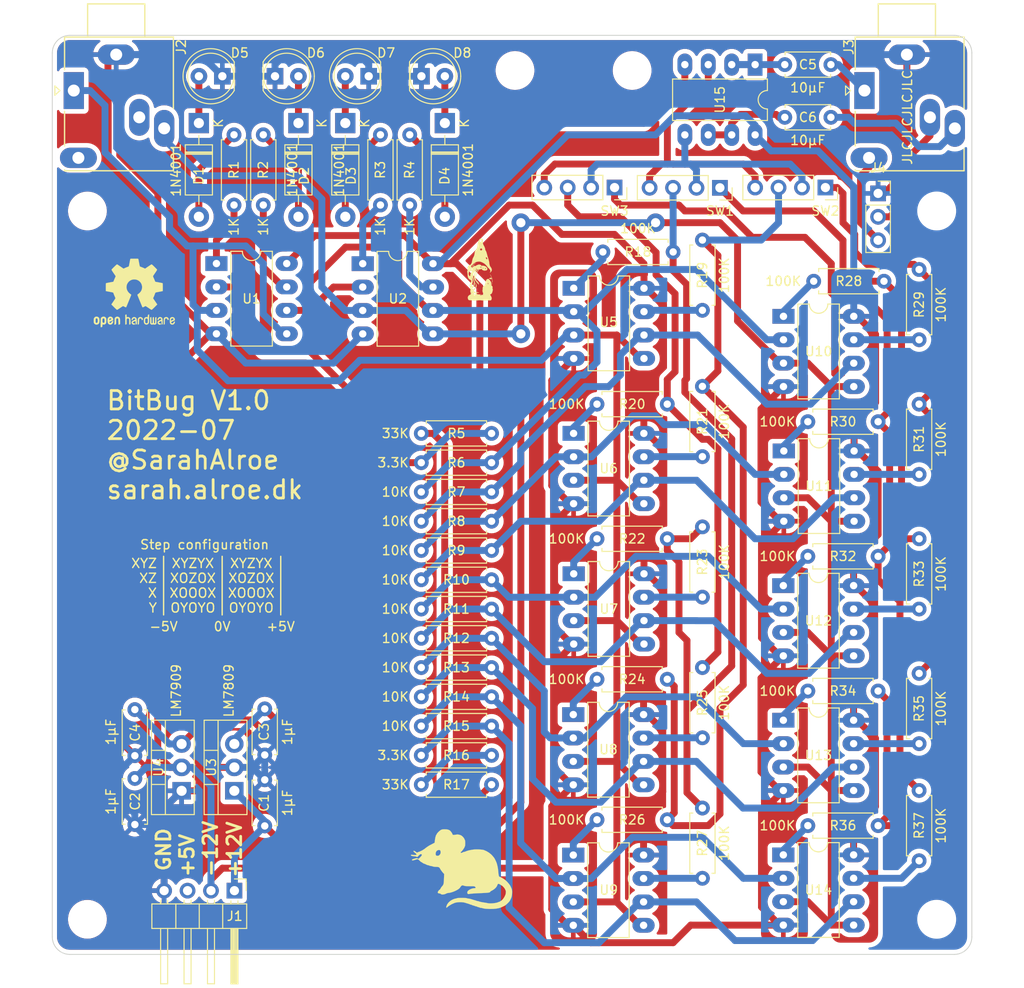
<source format=kicad_pcb>
(kicad_pcb (version 20211014) (generator pcbnew)
  (layers (0 "F.Cu" signal) (31 "B.Cu" signal) (34 "B.Paste" user) (35 "F.Paste" user) (36 "B.SilkS" user "B.Silkscreen") (37 "F.SilkS" user "F.Silkscreen") (38 "B.Mask" user) (39 "F.Mask" user) (44 "Edge.Cuts" user))
  (net 0 "")
  (net 1 "GND")
  (net 2 "+12V")
  (net 3 "-12V")
  (net 4 "+9V")
  (net 5 "-9V")
  (net 6 "Net-(C5-Pad1)")
  (net 7 "Net-(C5-Pad2)")
  (net 8 "Net-(C6-Pad1)")
  (net 9 "Net-(C6-Pad2)")
  (net 10 "Net-(D1-Pad1)")
  (net 11 "Net-(D1-Pad2)")
  (net 12 "Net-(D2-Pad1)")
  (net 13 "Net-(D2-Pad2)")
  (net 14 "Net-(D3-Pad1)")
  (net 15 "Net-(D3-Pad2)")
  (net 16 "Net-(D4-Pad1)")
  (net 17 "Net-(D4-Pad2)")
  (net 18 "+5V")
  (net 19 "IN_R")
  (net 20 "IN_L")
  (net 21 "Net-(R1-Pad2)")
  (net 22 "Net-(R2-Pad2)")
  (net 23 "Net-(R3-Pad2)")
  (net 24 "Net-(R4-Pad2)")
  (net 25 "RL+6")
  (net 26 "RL+5")
  (net 27 "RL+4")
  (net 28 "RL+3")
  (net 29 "RL+2")
  (net 30 "RL+1")
  (net 31 "RL-1")
  (net 32 "RL-2")
  (net 33 "RL-3")
  (net 34 "RL-4")
  (net 35 "RL-5")
  (net 36 "RL-6")
  (net 37 "Net-(R18-Pad1)")
  (net 38 "OA_L_X")
  (net 39 "Net-(R19-Pad1)")
  (net 40 "OA_L_Y")
  (net 41 "Net-(R20-Pad1)")
  (net 42 "OA_L_Z")
  (net 43 "Net-(R21-Pad1)")
  (net 44 "Net-(R22-Pad1)")
  (net 45 "Net-(R23-Pad1)")
  (net 46 "Net-(R24-Pad1)")
  (net 47 "Net-(R25-Pad1)")
  (net 48 "Net-(R26-Pad1)")
  (net 49 "Net-(R27-Pad1)")
  (net 50 "Net-(R28-Pad1)")
  (net 51 "OA_R_X")
  (net 52 "Net-(R29-Pad1)")
  (net 53 "OA_R_Y")
  (net 54 "Net-(R30-Pad1)")
  (net 55 "OA_R_Z")
  (net 56 "Net-(R31-Pad1)")
  (net 57 "Net-(R32-Pad1)")
  (net 58 "Net-(R33-Pad1)")
  (net 59 "Net-(R34-Pad1)")
  (net 60 "Net-(R35-Pad1)")
  (net 61 "Net-(R36-Pad1)")
  (net 62 "Net-(R37-Pad1)")
  (net 63 "Net-(SW1-Pad2)")
  (net 64 "Net-(SW1-Pad4)")
  (net 65 "Net-(J3-PadTN)")
  (net 66 "Net-(J3-PadRN)")
  (footprint "Capacitor_THT:C_Disc_D4.7mm_W2.5mm_P5.00mm" (layer "F.Cu") (at 44.622186 104.253592 -90)
    (fp_text reference "C1")
    (fp_text value "1µF")
  )
  (footprint "Resistor_THT:R_Axial_DIN0207_L6.3mm_D2.5mm_P7.62mm_Horizontal" (layer "F.Cu") (at 103.505 109.22)
    (fp_text reference "R36")
    (fp_text value "100K")
  )
  (footprint "Connector_Audio:Jack_3.5mm_Ledino_KB3SPRS_Horizontal" (layer "F.Cu") (at 109.6425 29.485 -90)
    (fp_text reference "J3")
    (fp_text value "Audio_out")
  )
  (footprint "MountingHole:MountingHole_3.2mm_M3" (layer "F.Cu") (at 84.455 27.305)
    (fp_text reference "REF**" hide)
    (fp_text value "MountingHole_3.2mm_M3")
  )
  (footprint "logos:Mouse" (layer "F.Cu") (at 66.04 113.03)
    (fp_text reference "G***" hide)
    (fp_text value "LOGO" hide)
  )
  (footprint "Package_TO_SOT_THT:TO-220-3_Vertical" (layer "F.Cu") (at 41.323186 105.443592 90)
    (fp_text reference "U3")
    (fp_text value "LM7809")
  )
  (footprint "Resistor_THT:R_Axial_DIN0207_L6.3mm_D2.5mm_P7.62mm_Horizontal" (layer "F.Cu") (at 61.595 66.675)
    (fp_text reference "R5")
    (fp_text value "33K")
  )
  (footprint "Resistor_THT:R_Axial_DIN0207_L6.3mm_D2.5mm_P7.62mm_Horizontal" (layer "F.Cu") (at 61.595 82.55)
    (fp_text reference "R10")
    (fp_text value "10K")
  )
  (footprint "Package_DIP:DIP-8_W7.62mm_LongPads" (layer "F.Cu") (at 78.12 50.927)
    (fp_text reference "U5")
    (fp_text value "Opamp_Dual")
  )
  (footprint "Connector_PinSocket_2.54mm:PinSocket_1x04_P2.54mm_Vertical" (layer "F.Cu") (at 105.41 40.005 -90)
    (fp_text reference "SW2")
    (fp_text value "SW_Y")
  )
  (footprint "Capacitor_THT:C_Disc_D4.7mm_W2.5mm_P5.00mm" (layer "F.Cu") (at 101.005 26.67)
    (fp_text reference "C5")
    (fp_text value "10µF")
  )
  (footprint "Resistor_THT:R_Axial_DIN0207_L6.3mm_D2.5mm_P7.62mm_Horizontal" (layer "F.Cu") (at 41.29 34.28 -90)
    (fp_text reference "R1")
    (fp_text value "1K")
  )
  (footprint "MountingHole:MountingHole_3.2mm_M3" (layer "F.Cu") (at 71.755 27.305)
    (fp_text reference "REF**" hide)
    (fp_text value "MountingHole_3.2mm_M3")
  )
  (footprint "Resistor_THT:R_Axial_DIN0207_L6.3mm_D2.5mm_P7.62mm_Horizontal" (layer "F.Cu") (at 80.645 93.345)
    (fp_text reference "R24")
    (fp_text value "100K")
  )
  (footprint "Resistor_THT:R_Axial_DIN0207_L6.3mm_D2.5mm_P7.62mm_Horizontal" (layer "F.Cu") (at 115.57 71.12 90)
    (fp_text reference "R31")
    (fp_text value "100K")
  )
  (footprint "Resistor_THT:R_Axial_DIN0207_L6.3mm_D2.5mm_P7.62mm_Horizontal" (layer "F.Cu") (at 61.595 79.375)
    (fp_text reference "R9")
    (fp_text value "10K")
  )
  (footprint "Package_TO_SOT_THT:TO-220-3_Vertical" (layer "F.Cu") (at 35.608186 105.443592 90)
    (fp_text reference "U4")
    (fp_text value "LM7909")
  )
  (footprint "Resistor_THT:R_Axial_DIN0207_L6.3mm_D2.5mm_P7.62mm_Horizontal" (layer "F.Cu") (at 81.28 46.99)
    (fp_text reference "R18")
    (fp_text value "100K")
  )
  (footprint "Resistor_THT:R_Axial_DIN0207_L6.3mm_D2.5mm_P7.62mm_Horizontal" (layer "F.Cu") (at 115.57 56.515 90)
    (fp_text reference "R29")
    (fp_text value "100K")
  )
  (footprint "Package_DIP:DIP-8_W7.62mm_LongPads" (layer "F.Cu") (at 100.847589 83.185)
    (fp_text reference "U12")
    (fp_text value "Opamp_Dual")
  )
  (footprint "Resistor_THT:R_Axial_DIN0207_L6.3mm_D2.5mm_P7.62mm_Horizontal" (layer "F.Cu") (at 103.505 80.01)
    (fp_text reference "R32")
    (fp_text value "100K")
  )
  (footprint "Diode_THT:D_DO-41_SOD81_P10.16mm_Horizontal" (layer "F.Cu") (at 64.15 33.01 -90)
    (fp_text reference "D4")
    (fp_text value "1N4001")
  )
  (footprint "Resistor_THT:R_Axial_DIN0207_L6.3mm_D2.5mm_P7.62mm_Horizontal" (layer "F.Cu") (at 44.465 34.28 -90)
    (fp_text reference "R2")
    (fp_text value "1K")
  )
  (footprint "Connector_PinSocket_2.54mm:PinSocket_1x04_P2.54mm_Vertical" (layer "F.Cu") (at 82.55 40.005 -90)
    (fp_text reference "SW3")
    (fp_text value "SW_Z")
  )
  (footprint "Resistor_THT:R_Axial_DIN0207_L6.3mm_D2.5mm_P7.62mm_Horizontal" (layer "F.Cu") (at 61.595 88.9)
    (fp_text reference "R12")
    (fp_text value "10K")
  )
  (footprint "Capacitor_THT:C_Disc_D4.7mm_W2.5mm_P5.00mm" (layer "F.Cu") (at 30.538186 101.633592 90)
    (fp_text reference "C4")
    (fp_text value "1µF")
  )
  (footprint "Package_DIP:DIP-8_W7.62mm_LongPads" (layer "F.Cu") (at 100.90032 68.58)
    (fp_text reference "U11")
    (fp_text value "Opamp_Dual")
  )
  (footprint "Resistor_THT:R_Axial_DIN0207_L6.3mm_D2.5mm_P7.62mm_Horizontal" (layer "F.Cu") (at 61.595 85.725)
    (fp_text reference "R11")
    (fp_text value "10K")
  )
  (footprint "Resistor_THT:R_Axial_DIN0207_L6.3mm_D2.5mm_P7.62mm_Horizontal" (layer "F.Cu") (at 61.595 98.425)
    (fp_text reference "R15")
    (fp_text value "10K")
  )
  (footprint "Package_DIP:DIP-8_W7.62mm_LongPads" (layer "F.Cu") (at 97.79 26.67 -90)
    (fp_text reference "U15")
    (fp_text value "Opamp_Dual")
  )
  (footprint "Symbol:OSHW-Logo2_9.8x8mm_SilkScreen" (layer "F.Cu") (at 30.48 51.435)
    (fp_text reference "REF**" hide)
    (fp_text value "OSHW-Logo2_9.8x8mm_SilkScreen" hide)
  )
  (footprint "Resistor_THT:R_Axial_DIN0207_L6.3mm_D2.5mm_P7.62mm_Horizontal" (layer "F.Cu") (at 61.595 76.2)
    (fp_text reference "R8")
    (fp_text value "10K")
  )
  (footprint "Resistor_THT:R_Axial_DIN0207_L6.3mm_D2.5mm_P7.62mm_Horizontal" (layer "F.Cu") (at 61.595 101.6)
    (fp_text reference "R16")
    (fp_text value "3.3K")
  )
  (footprint "Package_DIP:DIP-8_W7.62mm_LongPads" (layer "F.Cu") (at 78.075 97.175)
    (fp_text reference "U8")
    (fp_text value "Opamp_Dual")
  )
  (footprint "MountingHole:MountingHole_3.2mm_M3" (layer "F.Cu") (at 25.4 119.38)
    (fp_text reference "REF**")
    (fp_text value "MountingHole_3.2mm_M3")
  )
  (footprint "Diode_THT:D_DO-41_SOD81_P10.16mm_Horizontal" (layer "F.Cu") (at 37.48 33.01 -90)
    (fp_text reference "D1")
    (fp_text value "1N4001")
  )
  (footprint "Package_DIP:DIP-8_W7.62mm_LongPads" (layer "F.Cu") (at 100.847589 97.79)
    (fp_text reference "U13")
    (fp_text value "Opamp_Dual")
  )
  (footprint "Package_DIP:DIP-8_W7.62mm_LongPads" (layer "F.Cu") (at 39.385 48.25)
    (fp_text reference "U1")
    (fp_text value "Opamp_Dual")
  )
  (footprint "Connector_Audio:Jack_3.5mm_Ledino_KB3SPRS_Horizontal" (layer "F.Cu") (at 23.9175 29.485 -90)
    (fp_text reference "J2")
    (fp_text value "Audio_in")
  )
  (footprint "Resistor_THT:R_Axial_DIN0207_L6.3mm_D2.5mm_P7.62mm_Horizontal" (layer "F.Cu") (at 61.595 95.25)
    (fp_text reference "R14")
    (fp_text value "10K")
  )
  (footprint "Resistor_THT:R_Axial_DIN0207_L6.3mm_D2.5mm_P7.62mm_Horizontal" (layer "F.Cu") (at 92.075 53.32 90)
    (fp_text reference "R19")
    (fp_text value "100K")
  )
  (footprint "Package_DIP:DIP-8_W7.62mm_LongPads" (layer "F.Cu") (at 78.105 66.675)
    (fp_text reference "U6")
    (fp_text value "Opamp_Dual")
  )
  (footprint "Resistor_THT:R_Axial_DIN0207_L6.3mm_D2.5mm_P7.62mm_Horizontal" (layer "F.Cu") (at 92.075 99.695 90)
    (fp_text reference "R25")
    (fp_text value "100K")
  )
  (footprint "Diode_THT:D_DO-41_SOD81_P10.16mm_Horizontal" (layer "F.Cu") (at 53.355 33.01 -90)
    (fp_text reference "D3")
    (fp_text value "1N4001")
  )
  (footprint "Resistor_THT:R_Axial_DIN0207_L6.3mm_D2.5mm_P7.62mm_Horizontal" (layer "F.Cu") (at 61.595 73.025)
    (fp_text reference "R7")
    (fp_text value "10K")
  )
  (footprint "Package_DIP:DIP-8_W7.62mm_LongPads" (layer "F.Cu") (at 78.12 81.905)
    (fp_text reference "U7")
    (fp_text value "Opamp_Dual")
  )
  (footprint "Resistor_THT:R_Axial_DIN0207_L6.3mm_D2.5mm_P7.62mm_Horizontal" (layer "F.Cu") (at 92.075 69.195 90)
    (fp_text reference "R21")
    (fp_text value "100K")
  )
  (footprint "Connector_PinSocket_2.54mm:PinSocket_1x04_P2.54mm_Vertical" (layer "F.Cu") (at 93.97 40.03 -90)
    (fp_text reference "SW1")
    (fp_text value "SW_X")
  )
  (footprint "LED_THT:LED_D5.0mm" (layer "F.Cu") (at 45.735 27.93)
    (fp_text reference "D6")
    (fp_text value "LED_OK_L")
  )
  (footprint "Resistor_THT:R_Axial_DIN0207_L6.3mm_D2.5mm_P7.62mm_Horizontal" (layer "F.Cu") (at 92.075 114.935 90)
    (fp_text reference "R27")
    (fp_text value "100K")
  )
  (footprint "Capacitor_THT:C_Disc_D4.7mm_W2.5mm_P5.00mm" (layer "F.Cu") (at 30.538186 104.103592 -90)
    (fp_text reference "C2")
    (fp_text value "1µF")
  )
  (footprint "Package_DIP:DIP-8_W7.62mm_LongPads" (layer "F.Cu") (at 100.847589 112.395)
    (fp_text reference "U14")
    (fp_text value "Opamp_Dual")
  )
  (footprint "LED_THT:LED_D5.0mm" (layer "F.Cu") (at 55.895 27.93 180)
    (fp_text reference "D7")
    (fp_text value "LED_ALERT_R")
  )
  (footprint "LED_THT:LED_D5.0mm" (layer "F.Cu") (at 61.61 27.93)
    (fp_text reference "D8")
    (fp_text value "LED_OK_R")
  )
  (footprint "Resistor_THT:R_Axial_DIN0207_L6.3mm_D2.5mm_P7.62mm_Horizontal" (layer "F.Cu") (at 115.57 85.725 90)
    (fp_text reference "R33")
    (fp_text value "100K")
  )
  (footprint "Capacitor_THT:C_Disc_D4.7mm_W2.5mm_P5.00mm" (layer "F.Cu") (at 101.005 32.385)
    (fp_text reference "C6")
    (fp_text value "10µF")
  )
  (footprint "Resistor_THT:R_Axial_DIN0207_L6.3mm_D2.5mm_P7.62mm_Horizontal" (layer "F.Cu") (at 80.645 63.5)
    (fp_text reference "R20")
    (fp_text value "100K")
  )
  (footprint "MountingHole:MountingHole_3.2mm_M3" (layer "F.Cu") (at 117.475 42.545)
    (fp_text reference "REF**" hide)
    (fp_text value "MountingHole_3.2mm_M3")
  )
  (footprint "Resistor_THT:R_Axial_DIN0207_L6.3mm_D2.5mm_P7.62mm_Horizontal" (layer "F.Cu") (at 104.14 50.165)
    (fp_text reference "R28")
    (fp_text value "100K")
  )
  (footprint "Diode_THT:D_DO-41_SOD81_P10.16mm_Horizontal" (layer "F.Cu") (at 48.275 33.01 -90)
    (fp_text reference "D2")
    (fp_text value "1N4001")
  )
  (footprint "Resistor_THT:R_Axial_DIN0207_L6.3mm_D2.5mm_P7.62mm_Horizontal" (layer "F.Cu") (at 61.595 69.85)
    (fp_text reference "R6")
    (fp_text value "3.3K")
  )
  (footprint "Resistor_THT:R_Axial_DIN0207_L6.3mm_D2.5mm_P7.62mm_Horizontal" (layer "F.Cu") (at 115.57 113.03 90)
    (fp_text reference "R37")
    (fp_text value "100K")
  )
  (footprint "Capacitor_THT:C_Disc_D4.7mm_W2.5mm_P5.00mm" (layer "F.Cu") (at 44.622186 96.553592 -90)
    (fp_text reference "C3")
    (fp_text value "1µF")
  )
  (footprint "Resistor_THT:R_Axial_DIN0207_L6.3mm_D2.5mm_P7.62mm_Horizontal" (layer "F.Cu") (at 80.645 78.105)
    (fp_text reference "R22")
    (fp_text value "100K")
  )
  (footprint "Resistor_THT:R_Axial_DIN0207_L6.3mm_D2.5mm_P7.62mm_Horizontal" (layer "F.Cu") (at 60.34 34.28 -90)
    (fp_text reference "R4")
    (fp_text value "1K")
  )
  (footprint "Package_DIP:DIP-8_W7.62mm_LongPads" (layer "F.Cu") (at 100.862589 53.975)
    (fp_text reference "U10")
    (fp_text value "Opamp_Dual")
  )
  (footprint "logos:Gnome" (layer "F.Cu") (at 67.945 48.895)
    (fp_text reference "G***" hide)
    (fp_text value "LOGO" hide)
  )
  (footprint "Resistor_THT:R_Axial_DIN0207_L6.3mm_D2.5mm_P7.62mm_Horizontal" (layer "F.Cu") (at 115.57 100.33 90)
    (fp_text reference "R35")
    (fp_text value "100K")
  )
  (footprint "Resistor_THT:R_Axial_DIN0207_L6.3mm_D2.5mm_P7.62mm_Horizontal" (layer "F.Cu") (at 103.505 65.405)
    (fp_text reference "R30")
    (fp_text value "100K")
  )
  (footprint "Resistor_THT:R_Axial_DIN0207_L6.3mm_D2.5mm_P7.62mm_Horizontal" (layer "F.Cu") (at 92.075 84.435 90)
    (fp_text reference "R23")
    (fp_text value "100K")
  )
  (footprint "Package_DIP:DIP-8_W7.62mm_LongPads" (layer "F.Cu") (at 78.075 112.415)
    (fp_text reference "U9")
    (fp_text value "Opamp_Dual")
  )
  (footprint "MountingHole:MountingHole_3.2mm_M3" (layer "F.Cu") (at 117.475 119.38)
    (fp_text reference "REF**")
    (fp_text value "MountingHole_3.2mm_M3")
  )
  (footprint "Connector_PinHeader_2.54mm:PinHeader_1x04_P2.54mm_Horizontal" (layer "F.Cu") (at 41.333186 116.275 -90)
    (fp_text reference "J1")
    (fp_text value "Power_in")
  )
  (footprint "Resistor_THT:R_Axial_DIN0207_L6.3mm_D2.5mm_P7.62mm_Horizontal" (layer "F.Cu") (at 61.595 92.075)
    (fp_text reference "R13")
    (fp_text value "10K")
  )
  (footprint "Resistor_THT:R_Axial_DIN0207_L6.3mm_D2.5mm_P7.62mm_Horizontal" (layer "F.Cu") (at 80.645 108.585)
    (fp_text reference "R26")
    (fp_text value "100K")
  )
  (footprint "Connector_PinSocket_2.54mm:PinSocket_1x03_P2.54mm_Vertical" (layer "F.Cu") (at 111.125 40.64)
    (fp_text reference "J4")
    (fp_text value "Conn_01x03")
  )
  (footprint "Resistor_THT:R_Axial_DIN0207_L6.3mm_D2.5mm_P7.62mm_Horizontal" (layer "F.Cu") (at 103.505 94.615)
    (fp_text reference "R34")
    (fp_text value "100K")
  )
  (footprint "LED_THT:LED_D5.0mm" (layer "F.Cu") (at 40.025 27.93 180)
    (fp_text reference "D5")
    (fp_text value "LED_ALERT_L")
  )
  (footprint "MountingHole:MountingHole_3.2mm_M3" (layer "F.Cu") (at 25.4 42.545)
    (fp_text reference "REF**" hide)
    (fp_text value "MountingHole_3.2mm_M3")
  )
  (footprint "Resistor_THT:R_Axial_DIN0207_L6.3mm_D2.5mm_P7.62mm_Horizontal" (layer "F.Cu") (at 57.165 34.28 -90)
    (fp_text reference "R3")
    (fp_text value "1K")
  )
  (footprint "Package_DIP:DIP-8_W7.62mm_LongPads" (layer "F.Cu") (at 55.245 48.26)
    (fp_text reference "U2")
    (fp_text value "Opamp_Dual")
  )
  (footprint "Resistor_THT:R_Axial_DIN0207_L6.3mm_D2.5mm_P7.62mm_Horizontal" (layer "F.Cu") (at 61.595 104.775)
    (fp_text reference "R17")
    (fp_text value "33K")
  )
  (gr_line (start 40.005 80.01) (end 40.005 86.36) (layer "F.SilkS") (width 0.15))
  (gr_line (start 46.355 80.01) (end 46.355 86.36) (layer "F.SilkS") (width 0.15))
  (gr_line (start 33.655 80.01) (end 33.655 86.36) (layer "F.SilkS") (width 0.15))
  (gr_arc (start 23.495 123.19) (mid 22.147962 122.632038) (end 21.59 121.285) (layer "Edge.Cuts") (width 0.1))
  (gr_line (start 119.38 123.19) (end 23.495 123.19) (layer "Edge.Cuts") (width 0.1))
  (gr_arc (start 121.285 121.285) (mid 120.727038 122.632038) (end 119.38 123.19) (layer "Edge.Cuts") (width 0.1))
  (gr_arc (start 119.38 23.495) (mid 120.727038 24.052962) (end 121.285 25.4) (layer "Edge.Cuts") (width 0.1))
  (gr_arc (start 21.59 25.4) (mid 22.147962 24.052962) (end 23.495 23.495) (layer "Edge.Cuts") (width 0.1))
  (gr_line (start 21.59 121.285) (end 21.59 25.4) (layer "Edge.Cuts") (width 0.1))
  (gr_line (start 121.285 25.4) (end 121.285 121.285) (layer "Edge.Cuts") (width 0.1))
  (gr_line (start 23.495 23.495) (end 119.38 23.495) (layer "Edge.Cuts") (width 0.1))
  (gr_text "+12V" (at 41.333186 115.005 90) (layer "F.SilkS") (effects (font (size 1.5 1.5) (thickness 0.3)) (justify left)))
  (gr_text "+5V" (at 46.355 87.63) (layer "F.SilkS") (effects (font (size 1 1))))
  (gr_text "XYZYX\nXOZOX\nXOOOX\nOYOYO" (at 43.161894 83.185) (layer "F.SilkS") (effects (font (size 1 1))))
  (gr_text "GND" (at 33.655 114.3 90) (layer "F.SilkS") (effects (font (size 1.5 1.5) (thickness 0.3)) (justify left)))
  (gr_text "Step configuration" (at 38.1 78.74) (layer "F.SilkS") (effects (font (size 1 1))))
  (gr_text "XYZ\nXZ\nX\nY" (at 33.02 83.185) (layer "F.SilkS") (effects (font (size 1 1)) (justify right)))
  (gr_text "+5V" (at 36.195 114.935 90) (layer "F.SilkS") (effects (font (size 1.5 1.5) (thickness 0.3)) (justify left)))
  (gr_text "-12V" (at 38.735 114.935 90) (layer "F.SilkS") (effects (font (size 1.5 1.5) (thickness 0.3)) (justify left)))
  (gr_text "XYZYX\nXOZOX\nXOOOX\nOYOYO" (at 36.83 83.185) (layer "F.SilkS") (effects (font (size 1 1))))
  (gr_text "JLCJLCJLCJLC" (at 114.3 32.385 90) (layer "F.SilkS") (effects (font (size 1 1))))
  (gr_text "0V" (at 40.005 87.63) (layer "F.SilkS") (effects (font (size 1 1))))
  (gr_text "-5V" (at 33.655 87.63) (layer "F.SilkS") (effects (font (size 1 1))))
  (gr_text "BitBug V1.0\n2022-07\n@SarahAlroe\nsarah.alroe.dk" (at 27.305 67.945) (layer "F.SilkS") (effects (font (size 2 2) (thickness 0.3)) (justify left)))
  (segment (start 28.5175 25.585) (end 27.6225 26.48) (width 0.75) (layer "F.Cu") (net 1))
  (segment (start 27.345 95.925) (end 27.345 98.440406) (width 0.75) (layer "F.Cu") (net 1))
  (segment (start 41.323186 102.903592) (end 39.573186 102.903592) (width 0.75) (layer "F.Cu") (net 1))
  (segment (start 113.03 30.48) (end 114.2425 29.2675) (width 0.75) (layer "F.Cu") (net 1))
  (segment (start 27.345 98.440406) (end 30.538186 101.633592) (width 0.75) (layer "F.Cu") (net 1))
  (segment (start 114.2425 29.2675) (end 114.2425 25.585) (width 0.75) (layer "F.Cu") (net 1))
  (segment (start 33.713186 107.338592) (end 35.608186 105.443592) (width 0.75) (layer "F.Cu") (net 1))
  (segment (start 39.573186 102.903592) (end 37.033186 105.443592) (width 0.75) (layer "F.Cu") (net 1))
  (segment (start 27.6225 37.1475) (end 31.115 40.64) (width 0.75) (layer "F.Cu") (net 1))
  (segment (start 31.115 40.64) (end 31.115 92.155) (width 0.75) (layer "F.Cu") (net 1))
  (segment (start 37.033186 105.443592) (end 35.608186 105.443592) (width 0.75) (layer "F.Cu") (net 1))
  (segment (start 111.785 40.64) (end 113.03 39.395) (width 0.75) (layer "F.Cu") (net 1))
  (segment (start 31.115 92.155) (end 27.345 95.925) (width 0.75) (layer "F.Cu") (net 1))
  (segment (start 27.6225 26.48) (end 27.6225 37.1475) (width 0.75) (layer "F.Cu") (net 1))
  (segment (start 33.713186 116.275) (end 33.713186 107.338592) (width 0.75) (layer "F.Cu") (net 1))
  (segment (start 113.03 39.395) (end 113.03 30.48) (width 0.75) (layer "F.Cu") (net 1))
  (segment (start 30.538186 109.253592) (end 33.713186 112.428592) (width 0.75) (layer "B.Cu") (net 1))
  (segment (start 104.14 24.765) (end 103.505 25.4) (width 0.75) (layer "B.Cu") (net 1))
  (segment (start 37.67 25.575) (end 37.66 25.585) (width 0.75) (layer "B.Cu") (net 1))
  (segment (start 66.675 26.645) (end 65.42 25.39) (width 0.75) (layer "B.Cu") (net 1))
  (segment (start 44.622186 104.253592) (end 43.272186 102.903592) (width 0.75) (layer "B.Cu") (net 1))
  (segment (start 43.272186 102.903592) (end 44.622186 101.553592) (width 0.75) (layer "B.Cu") (net 1))
  (segment (start 107.315 24.765) (end 104.14 24.765) (width 0.75) (layer "B.Cu") (net 1))
  (segment (start 30.538186 109.103592) (end 31.948186 109.103592) (width 0.75) (layer "B.Cu") (net 1))
  (segment (start 89.26 29.485) (end 85.725 33.02) (width 0.75) (layer "B.Cu") (net 1))
  (segment (start 30.538186 107.913592) (end 28.633186 106.008592) (width 0.75) (layer "B.Cu") (net 1))
  (segment (start 44.622186 101.553592) (end 44.622186 104.253592) (width 0.75) (layer "B.Cu") (net 1))
  (segment (start 70.485 33.02) (end 66.675 29.21) (width 0.75) (layer "B.Cu") (net 1))
  (segment (start 43.272186 102.903592) (end 41.323186 102.903592) (width 0.75) (layer "B.Cu") (net 1))
  (segment (start 36.02 25.575) (end 33.48 25.575) (width 0.75) (layer "B.Cu") (net 1))
  (segment (start 30.538186 109.103592) (end 30.538186 107.913592) (width 0.75) (layer "B.Cu") (net 1))
  (segment (start 28.5175 25.585) (end 36.01 25.585) (width 0.75) (layer "B.Cu") (net 1))
  (segment (start 47.005 25.39) (end 45.735 26.66) (width 0.75) (layer "B.Cu") (net 1))
  (segment (start 31.948186 109.103592) (end 35.608186 105.443592) (width 0.75) (layer "B.Cu") (net 1))
  (segment (start 55.895 27.93) (end 55.895 26.66) (width 0.75) (layer "B.Cu") (net 1))
  (segment (start 66.675 29.21) (end 66.675 26.645) (width 0.75) (layer "B.Cu") (net 1))
  (segment (start 30.538186 109.103592) (end 30.538186 109.253592) (width 0.75) (layer "B.Cu") (net 1))
  (segment (start 85.725 33.02) (end 70.485 33.02) (width 0.75) (layer "B.Cu") (net 1))
  (segment (start 54.625 25.39) (end 47.005 25.39) (width 0.75) (layer "B.Cu") (net 1))
  (segment (start 30.538186 101.633592) (end 28.633186 103.538592) (width 0.75) (layer "B.Cu") (net 1))
  (segment (start 103.505 28.575) (end 102.595 29.485) (width 0.75) (layer "B.Cu") (net 1))
  (segment (start 28.633186 103.538592) (end 28.633186 106.008592) (width 0.75) (layer "B.Cu") (net 1))
  (segment (start 33.713186 112.428592) (end 33.713186 116.275) (width 0.75) (layer "B.Cu") (net 1))
  (segment (start 40.025 27.93) (end 45.735 27.93) (width 0.75) (layer "B.Cu") (net 1))
  (segment (start 103.505 25.4) (end 103.505 28.575) (width 0.75) (layer "B.Cu") (net 1))
  (segment (start 33.48 25.575) (end 33.47 25.585) (width 0.75) (layer "B.Cu") (net 1))
  (segment (start 45.735 26.66) (end 45.735 27.93) (width 0.75) (layer "B.Cu") (net 1))
  (segment (start 36.01 25.585) (end 36.02 25.575) (width 0.75) (layer "B.Cu") (net 1))
  (segment (start 114.2425 25.585) (end 108.135 25.585) (width 0.75) (layer "B.Cu") (net 1))
  (segment (start 37.67 25.575) (end 36.02 25.575) (width 0.75) (layer "B.Cu") (net 1))
  (segment (start 37.67 25.575) (end 40.025 27.93) (width 0.75) (layer "B.Cu") (net 1))
  (segment (start 62.88 25.39) (end 61.61 26.66) (width 0.75) (layer "B.Cu") (net 1))
  (segment (start 37.66 25.585) (end 28.5175 25.585) (width 0.75) (layer "B.Cu") (net 1))
  (segment (start 55.895 26.66) (end 54.625 25.39) (width 0.75) (layer "B.Cu") (net 1))
  (segment (start 108.135 25.585) (end 107.315 24.765) (width 0.75) (layer "B.Cu") (net 1))
  (segment (start 102.595 29.485) (end 89.26 29.485) (width 0.75) (layer "B.Cu") (net 1))
  (segment (start 65.42 25.39) (end 62.88 25.39) (width 0.75) (layer "B.Cu") (net 1))
  (segment (start 61.61 26.66) (end 61.61 27.93) (width 0.75) (layer "B.Cu") (net 1))
  (segment (start 55.895 27.93) (end 61.61 27.93) (width 0.75) (layer "B.Cu") (net 1))
  (segment (start 85.74 49.081192) (end 85.725 49.066192) (width 0.75) (layer "F.Cu") (net 2))
  (segment (start 87.86 52.818192) (end 85.968808 50.927) (width 0.75) (layer "F.Cu") (net 2))
  (segment (start 72.39 64.77) (end 72.39 106.68) (width 0.75) (layer "F.Cu") (net 2))
  (segment (start 108.52032 68.58) (end 108.92032 68.58) (width 0.75) (layer "F.Cu") (net 2))
  (segment (start 108.867589 97.79) (end 110.835403 99.757814) (width 0.75) (layer "F.Cu") (net 2))
  (segment (start 65.405 48.26) (end 67.945 50.8) (width 0.75) (layer "F.Cu") (net 2))
  (segment (start 59.81854 45.21354) (end 50.04146 45.21354) (width 0.75) (layer "F.Cu") (net 2))
  (segment (start 110.542589 85.031192) (end 110.542589 92.828603) (width 0.75) (layer "F.Cu") (net 2))
  (segment (start 76.835 45.085) (end 73.66 41.91) (width 0.75) (layer "F.Cu") (net 2))
  (segment (start 87.77 98.85) (end 86.095 97.175) (width 0.75) (layer "F.Cu") (net 2))
  (segment (start 108.882589 53.975) (end 110.850403 55.942814) (width 0.75) (layer "F.Cu") (net 2))
  (segment (start 111.125 77.641192) (end 108.467589 80.298603) (width 0.75) (layer "F.Cu") (net 2))
  (segment (start 85.968808 50.927) (end 85.74 50.927) (width 0.75) (layer "F.Cu") (net 2))
  (segment (start 85.74 81.905) (end 85.74 77.455) (width 0.75) (layer "F.Cu") (net 2))
  (segment (start 62.865 48.26) (end 59.81854 45.21354) (width 0.75) (layer "F.Cu") (net 2))
  (segment (start 110.850403 55.942814) (end 110.850403 63.310789) (width 0.75) (layer "F.Cu") (net 2))
  (segment (start 87.86 59.46) (end 87.86 52.818192) (width 0.75) (layer "F.Cu") (net 2))
  (segment (start 87.8 68.35) (end 86.125 66.675) (width 0.75) (layer "F.Cu") (net 2))
  (segment (start 85.695 97.175) (end 85.695 92.74) (width 0.75) (layer "F.Cu") (net 2))
  (segment (start 108.467589 97.79) (end 108.867589 97.79) (width 0.75) (layer "F.Cu") (net 2))
  (segment (start 73.66 41.91) (end 71.12 41.91) (width 0.75) (layer "F.Cu") (net 2))
  (segment (start 108.467589 94.903603) (end 108.467589 97.79) (width 0.75) (layer "F.Cu") (net 2))
  (segment (start 85.725 61.595) (end 87.86 59.46) (width 0.75) (layer "F.Cu") (net 2))
  (segment (start 110.850403 63.310789) (end 108.52032 65.640872) (width 0.75) (layer "F.Cu") (net 2))
  (segment (start 108.696397 83.185) (end 110.542589 85.031192) (width 0.75) (layer "F.Cu") (net 2))
  (segment (start 85.725 48.26) (end 82.55 45.085) (width 0.75) (layer "F.Cu") (net 2))
  (segment (start 108.467589 80.298603) (end 108.467589 83.185) (width 0.75) (layer "F.Cu") (net 2))
  (segment (start 85.725 49.066192) (end 85.725 48.26) (width 0.75) (layer "F.Cu") (net 2))
  (segment (start 67.945 50.8) (end 67.945 60.325) (width 0.75) (layer "F.Cu") (net 2))
  (segment (start 46.176094 110.8075) (end 44.622186 109.253592) (width 0.75) (layer "F.Cu") (net 2))
  (segment (start 108.52032 65.640872) (end 108.52032 68.58) (width 0.75) (layer "F.Cu") (net 2))
  (segment (start 85.695 112.415) (end 85.695 107.625) (width 0.75) (layer "F.Cu") (net 2))
  (segment (start 86.125 66.675) (end 85.725 66.675) (width 0.75) (layer "F.Cu") (net 2))
  (segment (start 62.865 48.26) (end 65.405 48.26) (width 0.75) (layer "F.Cu") (net 2))
  (segment (start 50.04146 45.21354) (end 47.005 48.25) (width 0.75) (layer "F.Cu") (net 2))
  (segment (start 68.2625 110.8075) (end 46.176094 110.8075) (width 0.75) (layer "F.Cu") (net 2))
  (segment (start 67.945 60.325) (end 72.39 64.77) (width 0.75) (layer "F.Cu") (net 2))
  (segment (start 110.835403 107.140789) (end 108.467589 109.508603) (width 0.75) (layer "F.Cu") (net 2))
  (segment (start 87.8 75.395) (end 87.8 68.35) (width 0.75) (layer "F.Cu") (net 2))
  (segment (start 108.467589 109.508603) (end 108.467589 112.395) (width 0.75) (layer "F.Cu") (net 2))
  (segment (start 85.695 107.625) (end 87.77 105.55) (width 0.75) (layer "F.Cu") (net 2))
  (segment (start 87.815 83.58) (end 86.14 81.905) (width 0.75) (layer "F.Cu") (net 2))
  (segment (start 86.14 81.905) (end 85.74 81.905) (width 0.75) (layer "F.Cu") (net 2))
  (segment (start 87.77 105.55) (end 87.77 98.85) (width 0.75) (layer "F.Cu") (net 2))
  (segment (start 85.725 66.675) (end 85.725 61.595) (width 0.75) (layer "F.Cu") (net 2))
  (segment (start 85.74 77.455) (end 87.8 75.395) (width 0.75) (layer "F.Cu") (net 2))
  (segment (start 72.39 106.68) (end 68.2625 110.8075) (width 0.75) (layer "F.Cu") (net 2))
  (segment (start 85.695 92.74) (end 87.815 90.62) (width 0.75) (layer "F.Cu") (net 2))
  (segment (start 87.815 90.62) (end 87.815 83.58) (width 0.75) (layer "F.Cu") (net 2))
  (segment (start 82.55 45.085) (end 76.835 45.085) (width 0.75) (layer "F.Cu") (net 2))
  (segment (start 111.125 70.78468) (end 111.125 77.641192) (width 0.75) (layer "F.Cu") (net 2))
  (segment (start 110.542589 92.828603) (end 108.467589 94.903603) (width 0.75) (layer "F.Cu") (net 2))
  (segment (start 108.482589 53.975) (end 108.882589 53.975) (width 0.75) (layer "F.Cu") (net 2))
  (segment (start 86.095 97.175) (end 85.695 97.175) (width 0.75) (layer "F.Cu") (net 2))
  (segment (start 110.835403 99.757814) (end 110.835403 107.140789) (width 0.75) (layer "F.Cu") (net 2))
  (segment (start 64.77 48.26) (end 62.865 48.26) (width 0.75) (layer "F.Cu") (net 2))
  (segment (start 108.92032 68.58) (end 111.125 70.78468) (width 0.75) (layer "F.Cu") (net 2))
  (segment (start 108.467589 83.185) (end 108.696397 83.185) (width 0.75) (layer "F.Cu") (net 2))
  (segment (start 71.12 41.91) (end 64.77 48.26) (width 0.75) (layer "F.Cu") (net 2))
  (segment (start 85.74 50.927) (end 85.74 49.081192) (width 0.75) (layer "F.Cu") (net 2))
  (segment (start 86.995 34.29) (end 77.47 34.29) (width 0.75) (layer "B.Cu") (net 2))
  (segment (start 77.47 34.29) (end 63.49 48.27) (width 0.75) (layer "B.Cu") (net 2))
  (segment (start 97.79 34.29) (end 97.79 33.255) (width 0.75) (layer "B.Cu") (net 2))
  (segment (start 96.75 32.215) (end 89.07 32.215) (width 0.75) (layer "B.Cu") (net 2))
  (segment (start 99.522814 36.022814) (end 104.602814 36.022814) (width 0.75) (layer "B.Cu") (net 2))
  (segment (start 97.79 34.29) (end 99.522814 36.022814) (width 0.75) (layer "B.Cu") (net 2))
  (segment (start 44.622186 109.253592) (end 44.622186 108.742592) (width 0.75) (layer "B.Cu") (net 2))
  (segment (start 44.622186 108.742592) (end 41.323186 105.443592) (width 0.75) (layer "B.Cu") (net 2))
  (segment (start 41.333186 116.275) (end 41.333186 112.542592) (width 0.75) (layer "B.Cu") (net 2))
  (segment (start 104.602814 36.022814) (end 108.482589 39.902589) (width 0.75) (layer "B.Cu") (net 2))
  (segment (start 108.482589 39.902589) (end 108.482589 53.975) (width 0.75) (layer "B.Cu") (net 2))
  (segment (start 41.333186 112.542592) (end 44.622186 109.253592) (width 0.75) (layer "B.Cu") (net 2))
  (segment (start 97.79 33.255) (end 96.75 32.215) (width 0.75) (layer "B.Cu") (net 2))
  (segment (start 89.07 32.215) (end 86.995 34.29) (width 0.75) (layer "B.Cu") (net 2))
  (segment (start 34.323592 102.903592) (end 33.02 101.6) (width 0.75) (layer "F.Cu") (net 3))
  (segment (start 90.805 120.015) (end 88.9 121.92) (width 0.75) (layer "F.Cu") (net 3))
  (segment (start 75.737186 118.282186) (end 77.49 120.035) (width 0.75) (layer "F.Cu") (net 3))
  (segment (start 39.385 55.87) (end 38.75 55.87) (width 0.75) (layer "F.Cu") (net 3))
  (segment (start 100.847589 120.015) (end 100.447589 120.015) (width 0.75) (layer "F.Cu") (net 3))
  (segment (start 98.425 74.12468) (end 98.425 64.032589) (width 0.75) (layer "F.Cu") (net 3))
  (segment (start 100.447589 105.41) (end 98.425 103.387411) (width 0.75) (layer "F.Cu") (net 3))
  (segment (start 40.028919 113.837186) (end 75.737186 113.837186) (width 0.75) (layer "F.Cu") (net 3))
  (segment (start 65.334235 25.470765) (end 67.31 27.44653) (width 0.75) (layer "F.Cu") (net 3))
  (segment (start 77.891192 89.525) (end 76.045 87.678808) (width 0.75) (layer "F.Cu") (net 3))
  (segment (start 77.846192 104.795) (end 76 102.948808) (width 0.75) (layer "F.Cu") (net 3))
  (segment (start 98.479775 118.047186) (end 98.479775 107.777814) (width 0.75) (layer "F.Cu") (net 3))
  (segment (start 85.725 33.02) (end 90.17 28.575) (width 0.75) (layer "F.Cu") (net 3))
  (segment (start 67.31 27.44653) (end 67.31 31.115) (width 0.75) (layer "F.Cu") (net 3))
  (segment (start 98.479775 88.837186) (end 98.479775 78.620545) (width 0.75) (layer "F.Cu") (net 3))
  (segment (start 69.215 33.02) (end 85.725 33.02) (width 0.75) (layer "F.Cu") (net 3))
  (segment (start 38.793186 116.275) (end 38.793186 115.072919) (width 0.75) (layer "F.Cu") (net 3))
  (segment (start 98.479775 107.777814) (end 100.847589 105.41) (width 0.75) (layer "F.Cu") (net 3))
  (segment (start 77.705 74.295) (end 75.737186 72.327186) (width 0.75) (layer "F.Cu") (net 3))
  (segment (start 98.425 103.387411) (end 98.425 93.227589) (width 0.75) (layer "F.Cu") (net 3))
  (segment (start 100.847589 120.015) (end 90.805 120.015) (width 0.75) (layer "F.Cu") (net 3))
  (segment (start 78.12 89.525) (end 77.891192 89.525) (width 0.75) (layer "F.Cu") (net 3))
  (segment (start 38.793186 115.072919) (end 40.028919 113.837186) (width 0.75) (layer "F.Cu") (net 3))
  (segment (start 98.425 64.032589) (end 100.862589 61.595) (width 0.75) (layer "F.Cu") (net 3))
  (segment (start 79.96 121.92) (end 78.075 120.035) (width 0.75) (layer "F.Cu") (net 3))
  (segment (start 67.31 31.115) (end 69.215 33.02) (width 0.75) (layer "F.Cu") (net 3))
  (segment (start 100.447589 120.015) (end 98.479775 118.047186) (width 0.75) (layer "F.Cu") (net 3))
  (segment (start 78.075 104.795) (end 75.737186 107.132814) (width 0.75) (layer "F.Cu") (net 3))
  (segment (start 76.045 76.355) (end 78.105 74.295) (width 0.75) (layer "F.Cu") (net 3))
  (segment (start 32.949235 25.470765) (end 65.334235 25.470765) (width 0.75) (layer "F.Cu") (net 3))
  (segment (start 100.847589 90.805) (end 100.447589 90.805) (width 0.75) (layer "F.Cu") (net 3))
  (segment (start 88.9 121.92) (end 79.96 121.92) (width 0.75) (layer "F.Cu") (net 3))
  (segment (start 75.737186 60.929814) (end 78.12 58.547) (width 0.75) (layer "F.Cu") (net 3))
  (segment (start 98.425 93.227589) (end 100.847589 90.805) (width 0.75) (layer "F.Cu") (net 3))
  (segment (start 35.608186 102.903592) (end 34.323592 102.903592) (width 0.75) (layer "F.Cu") (net 3))
  (segment (start 100.447589 90.805) (end 98.479775 88.837186) (width 0.75) (layer "F.Cu") (net 3))
  (segment (start 100.847589 105.41) (end 100.447589 105.41) (width 0.75) (layer "F.Cu") (net 3))
  (segment (start 77.49 120.035) (end 78.075 120.035) (width 0.75) (layer "F.Cu") (net 3))
  (segment (start 100.50032 76.2) (end 98.425 74.12468) (width 0.75) (layer "F.Cu") (net 3))
  (segment (start 76.045 87.678808) (end 76.045 76.355) (width 0.75) (layer "F.Cu") (net 3))
  (segment (start 28.9075 36.4975) (end 28.9075 29.5125) (width 0.75) (layer "F.Cu") (net 3))
  (segment (start 100.90032 76.2) (end 100.50032 76.2) (width 0.75) (layer "F.Cu") (net 3))
  (segment (start 33.02 61.595) (end 38.745 55.87) (width 0.75) (layer "F.Cu") (net 3))
  (segment (start 38.75 55.87) (end 33.0325 50.1525) (width 0.75) (layer "F.Cu") (net 3))
  (segment (start 33.0325 40.6225) (end 28.9075 36.4975) (width 0.75) (layer "F.Cu") (net 3))
  (segment (start 38.745 55.87) (end 39.385 55.87) (width 0.75) (layer "F.Cu") (net 3))
  (segment (start 78.075 104.795) (end 77.846192 104.795) (width 0.75) (layer "F.Cu") (net 3))
  (segment (start 75.737186 72.327186) (end 75.737186 60.929814) (width 0.75) (layer "F.Cu") (net 3))
  (segment (start 78.105 74.295) (end 77.705 74.295) (width 0.75) (layer "F.Cu") (net 3))
  (segment (start 76 102.948808) (end 76 91.645) (width 0.75) (layer "F.Cu") (net 3))
  (segment (start 75.737186 107.132814) (end 75.737186 113.837186) (width 0.75) (layer "F.Cu") (net 3))
  (segment (start 98.479775 78.620545) (end 100.90032 76.2) (width 0.75) (layer "F.Cu") (net 3))
  (segment (start 33.02 101.6) (end 33.02 61.595) (width 0.75) (layer "F.Cu") (net 3))
  (segment (start 76 91.645) (end 78.12 89.525) (width 0.75) (layer "F.Cu") (net 3))
  (segment (start 90.17 26.67) (end 90.17 28.575) (width 0.75) (layer "F.Cu") (net 3))
  (segment (start 75.737186 113.837186) (end 75.737186 118.282186) (width 0.75) (layer "F.Cu") (net 3))
  (segment (start 28.9075 29.5125) (end 32.949235 25.470765) (width 0.75) (layer "F.Cu") (net 3))
  (segment (start 33.0325 50.1525) (end 33.0325 40.6225) (width 0.75) (layer "F.Cu") (net 3))
  (segment (start 36.770686 102.903592) (end 35.608186 102.903592) (width 0.75) (layer "B.Cu") (net 3))
  (segment (start 39.385 55.87) (end 42.56 59.045) (width 0.75) (layer "B.Cu") (net 3))
  (segment (start 52.08 59.045) (end 55.245 55.88) (width 0.75) (layer "B.Cu") (net 3))
  (segment (start 30.538186 104.103592) (end 31.738186 102.903592) (width 0.75) (layer "B.Cu") (net 3))
  (segment (start 38.793186 116.275) (end 38.793186 104.926092) (width 0.75) (layer "B.Cu") (net 3))
  (segment (start 36.770686 102.903592) (end 38.793186 104.926092) (width 0.75) (layer "B.Cu") (net 3))
  (segment (start 42.56 59.045) (end 52.08 59.045) (width 0.75) (layer "B.Cu") (net 3))
  (segment (start 31.738186 102.903592) (end 35.608186 102.903592) (width 0.75) (layer "B.Cu") (net 3))
  (segment (start 64.135 106.045) (end 62.865 107.315) (width 0.75) (layer "F.Cu") (net 4))
  (segment (start 62.865 107.315) (end 55.383595 107.315) (width 0.75) (layer "F.Cu") (net 4))
  (segment (start 55.383595 107.315) (end 44.622186 96.553592) (width 0.75) (layer "F.Cu") (net 4))
  (segment (start 62.865 66.675) (end 64.135 67.945) (width 0.75) (layer "F.Cu") (net 4))
  (segment (start 64.135 67.945) (end 64.135 106.045) (width 0.75) (layer "F.Cu") (net 4))
  (segment (start 61.595 66.675) (end 62.865 66.675) (width 0.75) (layer "F.Cu") (net 4))
  (segment (start 41.323186 99.852592) (end 44.622186 96.553592) (width 0.75) (layer "B.Cu") (net 4))
  (segment (start 41.323186 100.363592) (end 41.323186 99.852592) (width 0.75) (layer "B.Cu") (net 4))
  (segment (start 54.106409 108.585) (end 43.275001 97.753592) (width 0.75) (layer "F.Cu") (net 5))
  (segment (start 69.215 104.775) (end 65.405 108.585) (width 0.75) (layer "F.Cu") (net 5))
  (segment (start 43.275001 97.753592) (end 38.218186 97.753592) (width 0.75) (layer "F.Cu") (net 5))
  (segment (start 65.405 108.585) (end 54.106409 108.585) (width 0.75) (layer "F.Cu") (net 5))
  (segment (start 38.218186 97.753592) (end 35.608186 100.363592) (width 0.75) (layer "F.Cu") (net 5))
  (segment (start 35.608186 100.363592) (end 34.268186 100.363592) (width 0.75) (layer "B.Cu") (net 5))
  (segment (start 34.268186 100.363592) (end 30.538186 96.633592) (width 0.75) (layer "B.Cu") (net 5))
  (segment (start 95.25 26.67) (end 97.79 26.67) (width 0.75) (layer "B.Cu") (net 6))
  (segment (start 95.885 26.67) (end 101.005 26.67) (width 0.75) (layer "B.Cu") (net 6))
  (segment (start 106.005 26.67) (end 106.8275 26.67) (width 0.75) (layer "B.Cu") (net 7))
  (segment (start 106.8275 26.67) (end 109.6425 29.485) (width 0.75) (layer "B.Cu") (net 7))
  (segment (start 95.25 33.02) (end 96.2025 32.0675) (width 0.75) (layer "F.Cu") (net 8))
  (segment (start 95.25 34.29) (end 95.25 33.02) (width 0.75) (layer "F.Cu") (net 8))
  (segment (start 100.37 32.385) (end 100.0525 32.0675) (width 0.75) (layer "F.Cu") (net 8))
  (segment (start 96.2025 32.0675) (end 100.0525 32.0675) (width 0.75) (layer "F.Cu") (net 8))
  (segment (start 95.25 34.29) (end 92.71 34.29) (width 0.75) (layer "F.Cu") (net 8))
  (segment (start 101.005 32.385) (end 100.37 32.385) (width 0.75) (layer "F.Cu") (net 8))
  (segment (start 117.815 35.56) (end 115.57 35.56) (width 0.75) (layer "B.Cu") (net 9))
  (segment (start 119.4425 33.585) (end 119.4425 33.9325) (width 0.75) (layer "B.Cu") (net 9))
  (segment (start 115.57 35.56) (end 113.03 33.02) (width 0.75) (layer "B.Cu") (net 9))
  (segment (start 108.565 33.04) (end 107.91 32.385) (width 0.75) (layer "B.Cu") (net 9))
  (segment (start 112.395 33.02) (end 112.375 33.04) (width 0.75) (layer "B.Cu") (net 9))
  (segment (start 113.03 33.02) (end 112.395 33.02) (width 0.75) (layer "B.Cu") (net 9))
  (segment (start 119.4425 33.9325) (end 117.815 35.56) (width 0.75) (layer "B.Cu") (net 9))
  (segment (start 112.375 33.04) (end 108.565 33.04) (width 0.75) (layer "B.Cu") (net 9))
  (segment (start 107.91 32.385) (end 106.005 32.385) (width 0.75) (layer "B.Cu") (net 9))
  (segment (start 119.79 33.585) (end 117.815 35.56) (width 0.75) (layer "B.Cu") (net 9))
  (segment (start 37.48 33.01) (end 37.48 27.935) (width 0.75) (layer "F.Cu") (net 10))
  (segment (start 37.48 27.935) (end 37.485 27.93) (width 0.75) (layer "F.Cu") (net 10))
  (segment (start 37.48 38.09) (end 41.29 34.28) (width 0.75) (layer "F.Cu") (net 11))
  (segment (start 37.48 43.17) (end 37.48 38.09) (width 0.75) (layer "F.Cu") (net 11))
  (segment (start 48.275 33.01) (end 48.275 27.93) (width 0.75) (layer "F.Cu") (net 12))
  (segment (start 48.275 38.09) (end 44.465 34.28) (width 0.75) (layer "F.Cu") (net 13))
  (segment (start 48.275 43.17) (end 48.275 38.09) (width 0.75) (layer "F.Cu") (net 13))
  (segment (start 53.355 33.01) (end 53.355 27.93) (width 0.75) (layer "F.Cu") (net 14))
  (segment (start 53.355 38.09) (end 57.165 34.28) (width 0.75) (layer "F.Cu") (net 15))
  (segment (start 53.355 43.17) (end 53.355 38.09) (width 0.75) (layer "F.Cu") (net 15))
  (segment (start 64.15 33.01) (end 64.15 27.93) (width 0.75) (layer "F.Cu") (net 16))
  (segment (start 64.15 38.09) (end 60.34 34.28) (width 0.75) (layer "F.Cu") (net 17))
  (segment (start 64.15 43.17) (end 64.15 38.09) (width 0.75) (layer "F.Cu") (net 17))
  (segment (start 106.045 105.41) (end 106.045 90.805) (width 0.75) (layer "F.Cu") (net 19))
  (segment (start 93.98 43.815) (end 95.885 45.72) (width 0.75) (layer "F.Cu") (net 19))
  (segment (start 108.467589 105.41) (end 106.045 105.41) (width 0.75) (layer "F.Cu") (net 19))
  (segment (start 100.862589 59.055) (end 103.505 59.055) (width 0.75) (layer "F.Cu") (net 19))
  (segment (start 95.885 54.477411) (end 95.885 45.72) (width 0.75) (layer "F.Cu") (net 19))
  (segment (start 108.482589 61.595) (end 106.045 61.595) (width 0.75) (layer "F.Cu") (net 19))
  (segment (start 100.462589 59.055) (end 95.885 54.477411) (width 0.75) (layer "F.Cu") (net 19))
  (segment (start 106.045 76.2) (end 106.045 61.595) (width 0.75) (layer "F.Cu") (net 19))
  (segment (start 100.862589 59.055) (end 100.462589 59.055) (width 0.75) (layer "F.Cu") (net 19))
  (segment (start 106.045 90.805) (end 103.505 88.265) (width 0.75) (layer "F.Cu") (net 19))
  (segment (start 100.90032 73.66) (end 103.505 73.66) (width 0.75) (layer "F.Cu") (net 19))
  (segment (start 106.045 90.805) (end 106.045 76.2) (width 0.75) (layer "F.Cu") (net 19))
  (segment (start 72.39 55.88) (end 72.39 43.815) (width 0.75) (layer "F.Cu") (net 19))
  (segment (start 108.467589 120.015) (end 106.045 120.015) (width 0.75) (layer "F.Cu") (net 19))
  (segment (start 106.045 61.595) (end 103.505 59.055) (width 0.75) (layer "F.Cu") (net 19))
  (segment (start 106.045 120.015) (end 106.045 105.41) (width 0.75) (layer "F.Cu") (net 19))
  (segment (start 108.52032 76.2) (end 106.045 76.2) (width 0.75) (layer "F.Cu") (net 19))
  (segment (start 86.995 43.815) (end 93.98 43.815) (width 0.75) (layer "F.Cu") (net 19))
  (segment (start 106.045 105.41) (end 103.505 102.87) (width 0.75) (layer "F.Cu") (net 19))
  (segment (start 106.045 90.805) (end 108.467589 90.805) (width 0.75) (layer "F.Cu") (net 19))
  (segment (start 100.847589 117.475) (end 103.505 117.475) (width 0.75) (layer "F.Cu") (net 19))
  (segment (start 106.045 76.2) (end 103.505 73.66) (width 0.75) (layer "F.Cu") (net 19))
  (segment (start 106.045 120.015) (end 103.505 117.475) (width 0.75) (layer "F.Cu") (net 19))
  (segment (start 100.847589 102.87) (end 103.505 102.87) (width 0.75) (layer "F.Cu") (net 19))
  (segment (start 103.505 88.265) (end 100.847589 88.265) (width 0.75) (layer "F.Cu") (net 19))
  (via (at 72.39 43.815) (size 2) (drill 1) (layers "F.Cu" "B.Cu") (net 19))
  (via (at 86.995 43.815) (size 2) (drill 1) (layers "F.Cu" "B.Cu") (net 19))
  (via (at 72.39 55.88) (size 2) (drill 1) (layers "F.Cu" "B.Cu") (net 19))
  (segment (start 62.865 55.88) (end 62.465 55.88) (width 0.75) (layer "B.Cu") (net 19))
  (segment (start 86.995 43.815) (end 72.39 43.815) (width 0.75) (layer "B.Cu") (net 19))
  (segment (start 50.815 50.79) (end 50.815 41.265) (width 0.75) (layer "B.Cu") (net 19))
  (segment (start 59.925 53.34) (end 55.245 53.34) (width 0.75) (layer "B.Cu") (net 19))
  (segment (start 50.815 41.265) (end 48.275 38.725) (width 0.75) (layer "B.Cu") (net 19))
  (segment (start 62.465 55.88) (end 59.925 53.34) (width 0.75) (layer "B.Cu") (net 19))
  (segment (start 33.7175 34.7575) (end 33.7175 33.585) (width 0.75) (layer "B.Cu") (net 19))
  (segment (start 72.39 55.88) (end 62.865 55.88) (width 0.75) (layer "B.Cu") (net 19))
  (segment (start 48.275 38.725) (end 37.685 38.725) (width 0.75) (layer "B.Cu") (net 19))
  (segment (start 53.365 53.34) (end 50.815 50.79) (width 0.75) (layer "B.Cu") (net 19))
  (segment (start 55.245 53.34) (end 53.365 53.34) (width 0.75) (layer "B.Cu") (net 19))
  (segment (start 37.685 38.725) (end 33.7175 34.7575) (width 0.75) (layer "B.Cu") (net 19))
  (segment (start 85.295 104.795) (end 82.755 102.255) (width 0.75) (layer "F.Cu") (net 20))
  (segment (start 85.725 74.295) (end 85.325 74.295) (width 0.75) (layer "F.Cu") (net 20))
  (segment (start 85.34 89.525) (end 82.8 86.985) (width 0.75) (layer "F.Cu") (net 20))
  (segment (start 82.8 56.007) (end 82.8 117.45) (width 0.75) (layer "F.Cu") (net 20))
  (segment (start 82.8 56.007) (end 78.12 56.007) (width 0.75) (layer "F.Cu") (net 20))
  (segment (start 85.325 74.295) (end 82.785 71.755) (width 0.75) (layer "F.Cu") (net 20))
  (segment (start 82.755 102.255) (end 78.075 102.255) (width 0.75) (layer "F.Cu") (net 20))
  (segment (start 85.74 89.525) (end 85.34 89.525) (width 0.75) (layer "F.Cu") (net 20))
  (segment (start 82.8 117.45) (end 82.755 117.495) (width 0.75) (layer "F.Cu") (net 20))
  (segment (start 85.74 58.547) (end 85.34 58.547) (width 0.75) (layer "F.Cu") (net 20))
  (segment (start 82.8 86.985) (end 78.12 86.985) (width 0.75) (layer "F.Cu") (net 20))
  (segment (start 85.34 58.547) (end 82.8 56.007) (width 0.75) (layer "F.Cu") (net 20))
  (segment (start 82.785 71.755) (end 78.105 71.755) (width 0.75) (layer "F.Cu") (net 20))
  (segment (start 85.295 120.035) (end 82.755 117.495) (width 0.75) (layer "F.Cu") (net 20))
  (segment (start 85.695 104.795) (end 85.295 104.795) (width 0.75) (layer "F.Cu") (net 20))
  (segment (start 82.755 117.495) (end 78.075 117.495) (width 0.75) (layer "F.Cu") (net 20))
  (segment (start 85.695 120.035) (end 85.295 120.035) (width 0.75) (layer "F.Cu") (net 20))
  (segment (start 42.56 46.345) (end 44.465 48.25) (width 0.75) (layer "B.Cu") (net 20))
  (segment (start 47.005 55.87) (end 46.605 55.87) (width 0.75) (layer "B.Cu") (net 20))
  (segment (start 27.305 31.115) (end 27.305 36.195) (width 0.75) (layer "B.Cu") (net 20))
  (segment (start 36.845 46.345) (end 42.56 46.345) (width 0.75) (layer "B.Cu") (net 20))
  (segment (start 40.64 60.96) (end 52.705 60.96) (width 0.75) (layer "B.Cu") (net 20))
  (segment (start 37.31 57.63) (end 40.64 60.96) (width 0.75) (layer "B.Cu") (net 20))
  (segment (start 25.675 29.485) (end 27.305 31.115) (width 0.75) (layer "B.Cu") (net 20))
  (segment (start 36.21 46.345) (end 36.845 46.345) (width 0.75) (layer "B.Cu") (net 20))
  (segment (start 23.9175 29.485) (end 25.675 29.485) (width 0.75) (layer "B.Cu") (net 20))
  (segment (start 27.305 36.195) (end 34.305 43.195) (width 0.75) (layer "B.Cu") (net 20))
  (segment (start 46.605 55.87) (end 44.465 53.73) (width 0.75) (layer "B.Cu") (net 20))
  (segment (start 77.343 56.007) (end 78.12 56.007) (width 0.75) (layer "B.Cu") (net 20))
  (segment (start 54.9275 58.7375) (end 52.705 60.96) (width 0.75) (layer "B.Cu") (net 20))
  (segment (start 74.6125 58.7375) (end 77.343 56.007) (width 0.75) (layer "B.Cu") (net 20))
  (segment (start 36.845 46.345) (end 36.845 52.695) (width 0.75) (layer "B.Cu") (net 20))
  (segment (start 34.305 43.195) (end 34.305 44.44) (width 0.75) (layer "B.Cu") (net 20))
  (segment (start 36.845 52.695) (end 37.48 53.33) (width 0.75) (layer "B.Cu") (net 20))
  (segment (start 74.6125 58.7375) (end 54.9275 58.7375) (width 0.75) (layer "B.Cu") (net 20))
  (segment (start 37.48 53.33) (end 39.385 53.33) (width 0.75) (layer "B.Cu") (net 20))
  (segment (start 34.305 44.44) (end 36.21 46.345) (width 0.75) (layer "B.Cu") (net 20))
  (segment (start 44.465 53.73) (end 44.465 48.25) (width 0.75) (layer "B.Cu") (net 20))
  (segment (start 37.48 53.33) (end 37.31 53.5) (width 0.75) (layer "B.Cu") (net 20))
  (segment (start 37.31 53.5) (end 37.31 57.63) (width 0.75) (layer "B.Cu") (net 20))
  (segment (start 41.29 41.9) (end 41.29 43.8) (width 0.75) (layer "F.Cu") (net 21))
  (segment (start 41.29 43.8) (end 39.385 45.705) (width 0.75) (layer "F.Cu") (net 21))
  (segment (start 39.385 48.25) (end 39.385 45.705) (width 0.75) (layer "F.Cu") (net 21))
  (segment (start 47.005 50.79) (end 46.605 50.79) (width 0.75) (layer "F.Cu") (net 22))
  (segment (start 44.465 48.65) (end 44.465 41.9) (width 0.75) (layer "F.Cu") (net 22))
  (segment (start 46.605 50.79) (end 44.465 48.65) (width 0.75) (layer "F.Cu") (net 22))
  (segment (start 57.165 41.9) (end 55.245 43.82) (width 0.75) (layer "B.Cu") (net 23))
  (segment (start 55.245 43.82) (end 55.245 48.26) (width 0.75) (layer "B.Cu") (net 23))
  (segment (start 62.865 50.8) (end 62.855 50.79) (width 0.75) (layer "B.Cu") (net 24))
  (segment (start 60.34 49.52) (end 60.34 41.9) (width 0.75) (layer "B.Cu") (net 24))
  (segment (start 62.855 50.79) (end 61.61 50.79) (width 0.75) (layer "B.Cu") (net 24))
  (segment (start 61.61 50.79) (end 60.34 49.52) (width 0.75) (layer "B.Cu") (net 24))
  (segment (start 44.465 57.775) (end 49.545 57.775) (width 0.75) (layer "F.Cu") (net 25))
  (segment (start 50.815 52.06) (end 52.075 50.8) (width 0.75) (layer "F.Cu") (net 25))
  (segment (start 43.195 56.505) (end 44.465 57.775) (width 0.75) (layer "F.Cu") (net 25))
  (segment (start 59.69 69.85) (end 61.595 69.85) (width 0.75) (layer "F.Cu") (net 25))
  (segment (start 52.075 50.8) (end 55.245 50.8) (width 0.75) (layer "F.Cu") (net 25))
  (segment (start 41.29 50.79) (end 43.195 52.695) (width 0.75) (layer "F.Cu") (net 25))
  (segment (start 57.785 67.945) (end 59.69 69.85) (width 0.75) (layer "F.Cu") (net 25))
  (segment (start 39.385 50.79) (end 41.29 50.79) (width 0.75) (layer "F.Cu") (net 25))
  (segment (start 49.545 57.8) (end 57.785 66.04) (width 0.75) (layer "F.Cu") (net 25))
  (segment (start 49.545 57.775) (end 49.545 57.8) (width 0.75) (layer "F.Cu") (net 25))
  (segment (start 49.545 57.775) (end 50.815 56.505) (width 0.75) (layer "F.Cu") (net 25))
  (segment (start 50.815 56.505) (end 50.815 52.06) (width 0.75) (layer "F.Cu") (net 25))
  (segment (start 57.785 66.04) (end 57.785 67.945) (width 0.75) (layer "F.Cu") (net 25))
  (segment (start 43.195 52.695) (end 43.195 56.505) (width 0.75) (layer "F.Cu") (net 25))
  (segment (start 64.77 66.675) (end 61.595 69.85) (width 0.75) (layer "B.Cu") (net 25))
  (segment (start 69.215 66.675) (end 64.77 66.675) (width 0.75) (layer "B.Cu") (net 25))
  (segment (start 47.005 53.33) (end 48.91 53.33) (width 0.75) (layer "F.Cu") (net 26))
  (segment (start 53.378645 46.46354) (end 58.55354 46.46354) (width 0.75) (layer "F.Cu") (net 26))
  (segment (start 62.41 53.34) (end 62.865 53.34) (width 0.75) (layer "F.Cu") (net 26))
  (segment (start 48.91 53.33) (end 49.545 52.695) (width 0.75) (layer "F.Cu") (net 26))
  (segment (start 49.545 50.297186) (end 53.378645 46.46354) (width 0.75) (layer "F.Cu") (net 26))
  (segment (start 59.1475 50.0775) (end 59.1475 47.0575) (width 0.75) (layer "F.Cu") (net 26))
  (segment (start 49.545 52.695) (end 49.545 50.297186) (width 0.75) (layer "F.Cu") (net 26))
  (segment (start 59.1475 50.0775) (end 62.41 53.34) (width 0.75) (layer "F.Cu") (net 26))
  (segment (start 59.1475 47.0575) (end 58.55354 46.46354) (width 0.75) (layer "F.Cu") (net 26))
  (segment (start 69.215 69.85) (end 78.72 60.345) (width 0.75) (layer "B.Cu") (net 26))
  (segment (start 77.993 53.34) (end 78.12 53.467) (width 0.75) (layer "B.Cu") (net 26))
  (segment (start 62.865 53.34) (end 77.993 53.34) (width 0.75) (layer "B.Cu") (net 26))
  (segment (start 80.645 58.934234) (end 79.234234 60.345) (width 0.75) (layer "B.Cu") (net 26))
  (segment (start 100.862589 56.515) (end 99.06 56.515) (width 0.75) (layer "B.Cu") (net 26))
  (segment (start 91.44 48.895) (end 83.902 48.895) (width 0.75) (layer "B.Cu") (net 26))
  (segment (start 79.234234 60.345) (end 78.72 60.345) (width 0.75) (layer "B.Cu") (net 26))
  (segment (start 64.77 69.85) (end 61.595 73.025) (width 0.75) (layer "B.Cu") (net 26))
  (segment (start 99.06 56.515) (end 91.44 48.895) (width 0.75) (layer "B.Cu") (net 26))
  (segment (start 83.902 48.895) (end 79.33 53.467) (width 0.75) (layer "B.Cu") (net 26))
  (segment (start 78.52 53.467) (end 80.645 55.592) (width 0.75) (layer "B.Cu") (net 26))
  (segment (start 78.12 53.467) (end 78.52 53.467) (width 0.75) (layer "B.Cu") (net 26))
  (segment (start 80.645 55.592) (end 80.645 58.934234) (width 0.75) (layer "B.Cu") (net 26))
  (segment (start 79.33 53.467) (end 78.12 53.467) (width 0.75) (layer "B.Cu") (net 26))
  (segment (start 69.215 69.85) (end 64.77 69.85) (width 0.75) (layer "B.Cu") (net 26))
  (segment (start 103.808781 63.5) (end 99.06 63.5) (width 0.75) (layer "B.Cu") (net 27))
  (segment (start 75.97 65) (end 79.375 61.595) (width 0.75) (layer "B.Cu") (net 27))
  (segment (start 64.77 73.025) (end 61.595 76.2) (width 0.75) (layer "B.Cu") (net 27))
  (segment (start 79.375 61.595) (end 81.915 61.595) (width 0.75) (layer "B.Cu") (net 27))
  (segment (start 72.37 68.56) (end 75.93 65) (width 0.75) (layer "B.Cu") (net 27))
  (segment (start 69.215 73.025) (end 72.37 69.87) (width 0.75) (layer "B.Cu") (net 27))
  (segment (start 108.482589 59.055) (end 108.253781 59.055) (width 0.75) (layer "B.Cu") (net 27))
  (segment (start 69.215 73.025) (end 64.77 73.025) (width 0.75) (layer "B.Cu") (net 27))
  (segment (start 85.74 56.007) (end 91.567 56.007) (width 0.75) (layer "B.Cu") (net 27))
  (segment (start 83.185 60.325) (end 83.185 58.162) (width 0.75) (layer "B.Cu") (net 27))
  (segment (start 85.34 56.007) (end 85.74 56.007) (width 0.75) (layer "B.Cu") (net 27))
  (segment (start 83.185 58.162) (end 85.34 56.007) (width 0.75) (layer "B.Cu") (net 27))
  (segment (start 81.915 61.595) (end 83.185 60.325) (width 0.75) (layer "B.Cu") (net 27))
  (segment (start 108.253781 59.055) (end 103.808781 63.5) (width 0.75) (layer "B.Cu") (net 27))
  (segment (start 72.37 69.87) (end 72.37 68.56) (width 0.75) (layer "B.Cu") (net 27))
  (segment (start 99.06 63.5) (end 91.567 56.007) (width 0.75) (layer "B.Cu") (net 27))
  (segment (start 75.93 65) (end 75.97 65) (width 0.75) (layer "B.Cu") (net 27))
  (segment (start 69.215 76.2) (end 76.2 69.215) (width 0.75) (layer "B.Cu") (net 28))
  (segment (start 78.105 69.215) (end 76.2 69.215) (width 0.75) (layer "B.Cu") (net 28))
  (segment (start 69.215 76.2) (end 64.77 76.2) (width 0.75) (layer "B.Cu") (net 28))
  (segment (start 86.995 64.77) (end 87.9475 65.7225) (width 0.75) (layer "B.Cu") (net 28))
  (segment (start 64.77 76.2) (end 61.595 79.375) (width 0.75) (layer "B.Cu") (net 28))
  (segment (start 78.105 69.215) (end 80.055 69.215) (width 0.75) (layer "B.Cu") (net 28))
  (segment (start 84.5 64.77) (end 86.995 64.77) (width 0.75) (layer "B.Cu") (net 28))
  (segment (start 87.9475 65.7225) (end 92.3925 65.7225) (width 0.75) (layer "B.Cu") (net 28))
  (segment (start 80.055 69.215) (end 84.5 64.77) (width 0.75) (layer "B.Cu") (net 28))
  (segment (start 97.79 71.12) (end 100.90032 71.12) (width 0.75) (layer "B.Cu") (net 28))
  (segment (start 92.3925 65.7225) (end 97.79 71.12) (width 0.75) (layer "B.Cu") (net 28))
  (segment (start 97.79 78.105) (end 91.44 71.755) (width 0.75) (layer "B.Cu") (net 29))
  (segment (start 85.325 71.755) (end 80.88 76.2) (width 0.75) (layer "B.Cu") (net 29))
  (segment (start 85.725 71.755) (end 91.44 71.755) (width 0.75) (layer "B.Cu") (net 29))
  (segment (start 85.725 71.755) (end 85.325 71.755) (width 0.75) (layer "B.Cu") (net 29))
  (segment (start 108.52032 73.66) (end 106.333808 73.66) (width 0.75) (layer "B.Cu") (net 29))
  (segment (start 101.888808 78.105) (end 97.79 78.105) (width 0.75) (layer "B.Cu") (net 29))
  (segment (start 80.88 76.2) (end 72.39 76.2) (width 0.75) (layer "B.Cu") (net 29))
  (segment (start 72.39 76.2) (end 69.215 79.375) (width 0.75) (layer "B.Cu") (net 29))
  (segment (start 69.215 79.375) (end 64.77 79.375) (width 0.75) (layer "B.Cu") (net 29))
  (segment (start 64.77 79.375) (end 61.595 82.55) (width 0.75) (layer "B.Cu") (net 29))
  (segment (start 106.333808 73.66) (end 101.888808 78.105) (width 0.75) (layer "B.Cu") (net 29))
  (segment (start 92.71 80.01) (end 84.866192 80.01) (width 0.75) (layer "B.Cu") (net 30))
  (segment (start 71.11 84.445) (end 69.215 82.55) (width 0.75) (layer "B.Cu") (net 30))
  (segment (start 100.847589 85.725) (end 98.425 85.725) (width 0.75) (layer "B.Cu") (net 30))
  (segment (start 64.77 82.55) (end 61.595 85.725) (width 0.75) (layer "B.Cu") (net 30))
  (segment (start 64.77 82.55) (end 69.215 82.55) (width 0.75) (layer "B.Cu") (net 30))
  (segment (start 78.12 84.445) (end 71.11 84.445) (width 0.75) (layer "B.Cu") (net 30))
  (segment (start 80.431192 84.445) (end 78.12 84.445) (width 0.75) (layer "B.Cu") (net 30))
  (segment (start 98.425 85.725) (end 92.71 80.01) (width 0.75) (layer "B.Cu") (net 30))
  (segment (start 84.866192 80.01) (end 80.431192 84.445) (width 0.75) (layer "B.Cu") (net 30))
  (segment (start 69.215 85.725) (end 64.77 85.725) (width 0.75) (layer "B.Cu") (net 31))
  (segment (start 99.06 92.71) (end 93.345 86.995) (width 0.75) (layer "B.Cu") (net 31))
  (segment (start 108.067589 88.265) (end 103.622589 92.71) (width 0.75) (layer "B.Cu") (net 31))
  (segment (start 85.511192 86.985) (end 81.056192 91.44) (width 0.75) (layer "B.Cu") (net 31))
  (segment (start 93.345 86.995) (end 91.44 86.995) (width 0.75) (layer "B.Cu") (net 31))
  (segment (start 103.622589 92.71) (end 99.06 92.71) (width 0.75) (layer "B.Cu") (net 31))
  (segment (start 85.74 86.985) (end 91.43 86.985) (width 0.75) (layer "B.Cu") (net 31))
  (segment (start 85.74 86.985) (end 85.511192 86.985) (width 0.75) (layer "B.Cu") (net 31))
  (segment (start 81.056192 91.44) (end 74.93 91.44) (width 0.75) (layer "B.Cu") (net 31))
  (segment (start 64.77 85.725) (end 61.595 88.9) (width 0.75) (layer "B.Cu") (net 31))
  (segment (start 91.43 86.985) (end 91.44 86.995) (width 0.75) (layer "B.Cu") (net 31))
  (segment (start 74.93 91.44) (end 69.215 85.725) (width 0.75) (layer "B.Cu") (net 31))
  (segment (start 108.467589 88.265) (end 108.067589 88.265) (width 0.75) (layer "B.Cu") (net 31))
  (segment (start 75.565 99.695) (end 76.2 99.695) (width 0.75) (layer "B.Cu") (net 32))
  (segment (start 100.847589 100.33) (end 96.52 100.33) (width 0.75) (layer "B.Cu") (net 32))
  (segment (start 96.52 100.33) (end 91.44 95.25) (width 0.75) (layer "B.Cu") (net 32))
  (segment (start 69.215 88.9) (end 74.93 94.615) (width 0.75) (layer "B.Cu") (net 32))
  (segment (start 76.22 99.715) (end 76.2 99.695) (width 0.75) (layer "B.Cu") (net 32))
  (segment (start 78.075 99.715) (end 76.22 99.715) (width 0.75) (layer "B.Cu") (net 32))
  (segment (start 74.93 99.06) (end 75.565 99.695) (width 0.75) (layer "B.Cu") (net 32))
  (segment (start 83.82 95.25) (end 79.355 99.715) (width 0.75) (layer "B.Cu") (net 32))
  (segment (start 69.215 88.9) (end 64.77 88.9) (width 0.75) (layer "B.Cu") (net 32))
  (segment (start 64.77 88.9) (end 61.595 92.075) (width 0.75) (layer "B.Cu") (net 32))
  (segment (start 74.93 94.615) (end 74.93 99.06) (width 0.75) (layer "B.Cu") (net 32))
  (segment (start 91.44 95.25) (end 83.82 95.25) (width 0.75) (layer "B.Cu") (net 32))
  (segment (start 79.355 99.715) (end 78.075 99.715) (width 0.75) (layer "B.Cu") (net 32))
  (segment (start 85.695 102.255) (end 85.466192 102.255) (width 0.75) (layer "B.Cu") (net 33))
  (segment (start 91.42 102.255) (end 85.695 102.255) (width 0.75) (layer "B.Cu") (net 33))
  (segment (start 69.215 92.075) (end 64.77 92.075) (width 0.75) (layer "B.Cu") (net 33))
  (segment (start 101.797187 107.315) (end 96.48 107.315) (width 0.75) (layer "B.Cu") (net 33))
  (segment (start 64.77 92.075) (end 61.595 95.25) (width 0.75) (layer "B.Cu") (net 33))
  (segment (start 73.66 104.14) (end 76.2 106.68) (width 0.75) (layer "B.Cu") (net 33))
  (segment (start 96.48 107.315) (end 91.42 102.255) (width 0.75) (layer "B.Cu") (net 33))
  (segment (start 108.467589 102.87) (end 106.242187 102.87) (width 0.75) (layer "B.Cu") (net 33))
  (segment (start 106.242187 102.87) (end 101.797187 107.315) (width 0.75) (layer "B.Cu") (net 33))
  (segment (start 81.041192 106.68) (end 76.2 106.68) (width 0.75) (layer "B.Cu") (net 33))
  (segment (start 85.466192 102.255) (end 81.041192 106.68) (width 0.75) (layer "B.Cu") (net 33))
  (segment (start 73.66 96.52) (end 69.215 92.075) (width 0.75) (layer "B.Cu") (net 33))
  (segment (start 73.66 104.14) (end 73.66 96.52) (width 0.75) (layer "B.Cu") (net 33))
  (segment (start 92.075 110.49) (end 84.49 110.49) (width 0.75) (layer "B.Cu") (net 34))
  (segment (start 100.847589 114.935) (end 96.52 114.935) (width 0.75) (layer "B.Cu") (net 34))
  (segment (start 80.025 114.955) (end 84.49 110.49) (width 0.75) (layer "B.Cu") (net 34))
  (segment (start 72.37 98.405) (end 69.215 95.25) (width 0.75) (layer "B.Cu") (net 34))
  (segment (start 72.37 111.105) (end 72.37 98.405) (width 0.75) (layer "B.Cu") (net 34))
  (segment (start 96.52 114.935) (end 92.075 110.49) (width 0.75) (layer "B.Cu") (net 34))
  (segment (start 78.075 114.955) (end 80.025 114.955) (width 0.75) (layer "B.Cu") (net 34))
  (segment (start 69.215 95.25) (end 64.77 95.25) (width 0.75) (layer "B.Cu") (net 34))
  (segment (start 64.77 95.25) (end 61.595 98.425) (width 0.75) (layer "B.Cu") (net 34))
  (segment (start 76.22 114.955) (end 78.075 114.955) (width 0.75) (layer "B.Cu") (net 34))
  (segment (start 72.37 111.105) (end 76.22 114.955) (width 0.75) (layer "B.Cu") (net 34))
  (segment (start 104.023781 121.69) (end 95.615 121.69) (width 0.75) (layer "B.Cu") (net 35))
  (segment (start 85.695 117.495) (end 85.295 117.495) (width 0.75) (layer "B.Cu") (net 35))
  (segment (start 74.93 121.92) (end 71.12 118.11) (width 0.75) (layer "B.Cu") (net 35))
  (segment (start 85.295 117.495) (end 80.87 121.92) (width 0.75) (layer "B.Cu") (net 35))
  (segment (start 108.467589 117.475) (end 108.238781 117.475) (width 0.75) (layer "B.Cu") (net 35))
  (segment (start 69.215 98.425) (end 64.77 98.425) (width 0.75) (layer "B.Cu") (net 35))
  (segment (start 80.87 121.92) (end 74.93 121.92) (width 0.75) (layer "B.Cu") (net 35))
  (segment (start 71.12 100.33) (end 69.215 98.425) (width 0.75) (layer "B.Cu") (net 35))
  (segment (start 85.695 117.495) (end 91.42 117.495) (width 0.75) (layer "B.Cu") (net 35))
  (segment (start 108.238781 117.475) (end 104.023781 121.69) (width 0.75) (layer "B.Cu") (net 35))
  (segment (start 71.12 118.11) (end 71.12 100.33) (width 0.75) (layer "B.Cu") (net 35))
  (segment (start 64.77 98.425) (end 61.595 101.6) (width 0.75) (layer "B.Cu") (net 35))
  (segment (start 95.615 121.69) (end 91.42 117.495) (width 0.75) (layer "B.Cu") (net 35))
  (segment (start 69.215 101.6) (end 64.77 101.6) (width 0.75) (layer "B.Cu") (net 36))
  (segment (start 64.77 101.6) (end 61.595 104.775) (width 0.75) (layer "B.Cu") (net 36))
  (segment (start 81.28 46.99) (end 81.28 47.767) (width 0.75) (layer "B.Cu") (net 37))
  (segment (start 81.28 47.767) (end 78.12 50.927) (width 0.75) (layer "B.Cu") (net 37))
  (segment (start 90.17 60.934999) (end 90.17 62.204998) (width 0.75) (layer "F.Cu") (net 38))
  (segment (start 90.4 96.75) (end 90.4 89.13) (width 0.75) (layer "F.Cu") (net 38))
  (segment (start 88.9 49.03363) (end 88.9 46.99) (width 0.75) (layer "F.Cu") (net 38))
  (segment (start 88.265 79.375) (end 88.265 78.105) (width 0.75) (layer "F.Cu") (net 38))
  (segment (start 89.535 80.645) (end 88.265 79.375) (width 0.75) (layer "F.Cu") (net 38))
  (segment (start 89.535 88.265) (end 89.535 80.645) (width 0.75) (layer "F.Cu") (net 38))
  (segment (start 88.265 78.105) (end 90.785 78.105) (width 0.75) (layer "F.Cu") (net 38))
  (segment (start 90.36 60.744999) (end 90.17 60.934999) (width 0.75) (layer "F.Cu") (net 38))
  (segment (start 90.4 89.13) (end 89.535 88.265) (width 0.75) (layer "F.Cu") (net 38))
  (segment (start 95.25 67.284999) (end 95.25 91.9) (width 0.75) (layer "F.Cu") (net 38))
  (segment (start 90.36 50.49363) (end 88.9 49.03363) (width 0.75) (layer "F.Cu") (net 38))
  (segment (start 95.25 91.9) (end 90.4 96.75) (width 0.75) (layer "F.Cu") (net 38))
  (segment (start 90.785 78.105) (end 92.075 76.815) (width 0.75) (layer "F.Cu") (net 38))
  (segment (start 92.075 107.315) (end 90.4 105.64) (width 0.75) (layer "F.Cu") (net 38))
  (segment (start 90.17 62.204998) (end 95.25 67.284999) (width 0.75) (layer "F.Cu") (net 38))
  (segment (start 90.36 50.49363) (end 90.36 60.744999) (width 0.75) (layer "F.Cu") (net 38))
  (segment (start 90.4 105.64) (end 90.4 96.75) (width 0.75) (layer "F.Cu") (net 38))
  (segment (start 88.9 46.99) (end 88.9 41.93) (width 0.75) (layer "B.Cu") (net 38))
  (segment (start 88.89 41.92) (end 88.89 40.03) (width 0.75) (layer "B.Cu") (net 38))
  (segment (start 88.9 41.93) (end 88.89 41.92) (width 0.75) (layer "B.Cu") (net 38))
  (segment (start 85.887 53.32) (end 85.74 53.467) (width 0.75) (layer "B.Cu") (net 39))
  (segment (start 92.075 53.32) (end 85.887 53.32) (width 0.75) (layer "B.Cu") (net 39))
  (segment (start 92.075 61.575) (end 93.75 59.9) (width 0.75) (layer "F.Cu") (net 40))
  (segment (start 93.75 59.9) (end 93.75 47.375) (width 0.75) (layer "F.Cu") (net 40))
  (segment (start 93.75 47.375) (end 92.075 45.7) (width 0.75) (layer "F.Cu") (net 40))
  (segment (start 89.02 107.83) (end 89.02 94.1) (width 0.75) (layer "F.Cu") (net 40))
  (segment (start 93.98 107.95) (end 92.71 109.22) (width 0.75) (layer "F.Cu") (net 40))
  (segment (start 88.9 109.22) (end 88.265 108.585) (width 0.75) (layer "F.Cu") (net 40))
  (segment (start 88.265 108.585) (end 89.02 107.83) (width 0.75) (layer "F.Cu") (net 40))
  (segment (start 93.98 107.95) (end 93.98 96.48) (width 0.75) (layer "F.Cu") (net 40))
  (segment (start 92.075 61.575) (end 96.5 66) (width 0.75) (layer "F.Cu") (net 40))
  (segment (start 89.02 94.1) (end 88.265 93.345) (width 0.75) (layer "F.Cu") (net 40))
  (segment (start 96.5 66) (end 96.5 93.96) (width 0.75) (layer "F.Cu") (net 40))
  (segment (start 93.98 96.48) (end 96.5 93.96) (width 0.75) (layer "F.Cu") (net 40))
  (segment (start 92.71 109.22) (end 88.9 109.22) (width 0.75) (layer "F.Cu") (net 40))
  (segment (start 98.445 45.7) (end 100.33 43.815) (width 0.75) (layer "B.Cu") (net 40))
  (segment (start 98.445 45.7) (end 92.075 45.7) (width 0.75) (layer "B.Cu") (net 40))
  (segment (start 100.33 43.815) (end 100.33 40.005) (width 0.75) (layer "B.Cu") (net 40))
  (segment (start 78.105 66.675) (end 78.105 66.04) (width 0.75) (layer "B.Cu") (net 41))
  (segment (start 78.105 66.04) (end 80.645 63.5) (width 0.75) (layer "B.Cu") (net 41))
  (segment (start 87.053404 49.471596) (end 87.053404 47.048404) (width 0.75) (layer "F.Cu") (net 42))
  (segment (start 93.75 90.4) (end 92.075 92.075) (width 0.75) (layer "F.Cu") (net 42))
  (segment (start 78.74 43.18) (end 77.47 41.91) (width 0.75) (layer "F.Cu") (net 42))
  (segment (start 88.265 60.822766) (end 89.11 59.977766) (width 0.75) (layer "F.Cu") (net 42))
  (segment (start 92.075 67.31) (end 88.265 63.5) (width 0.75) (layer "F.Cu") (net 42))
  (segment (start 87.053404 47.048404) (end 83.185 43.18) (width 0.75) (layer "F.Cu") (net 42))
  (segment (start 83.185 43.18) (end 78.74 43.18) (width 0.75) (layer "F.Cu") (net 42))
  (segment (start 93.75 68.35) (end 93.75 90.4) (width 0.75) (layer "F.Cu") (net 42))
  (segment (start 77.47 41.91) (end 77.47 40.005) (width 0.75) (layer "F.Cu") (net 42))
  (segment (start 88.265 63.5) (end 88.265 60.822766) (width 0.75) (layer "F.Cu") (net 42))
  (segment (start 89.11 59.977766) (end 89.11 51.528192) (width 0.75) (layer "F.Cu") (net 42))
  (segment (start 92.71 67.31) (end 92.075 67.31) (width 0.75) (layer "F.Cu") (net 42))
  (segment (start 92.71 67.31) (end 93.75 68.35) (width 0.75) (layer "F.Cu") (net 42))
  (segment (start 89.11 51.528192) (end 87.053404 49.471596) (width 0.75) (layer "F.Cu") (net 42))
  (segment (start 92.075 69.195) (end 85.745 69.195) (width 0.75) (layer "B.Cu") (net 43))
  (segment (start 85.745 69.195) (end 85.725 69.215) (width 0.75) (layer "B.Cu") (net 43))
  (segment (start 78.12 81.905) (end 78.12 80.63) (width 0.75) (layer "B.Cu") (net 44))
  (segment (start 78.12 80.63) (end 80.645 78.105) (width 0.75) (layer "B.Cu") (net 44))
  (segment (start 92.075 84.435) (end 85.75 84.435) (width 0.75) (layer "B.Cu") (net 45))
  (segment (start 85.75 84.435) (end 85.74 84.445) (width 0.75) (layer "B.Cu") (net 45))
  (segment (start 78.075 95.915) (end 80.645 93.345) (width 0.75) (layer "B.Cu") (net 46))
  (segment (start 78.075 97.175) (end 78.075 95.915) (width 0.75) (layer "B.Cu") (net 46))
  (segment (start 85.715 99.695) (end 91.44 99.695) (width 0.75) (layer "B.Cu") (net 47))
  (segment (start 85.695 99.715) (end 85.715 99.695) (width 0.75) (layer "B.Cu") (net 47))
  (segment (start 78.075 112.415) (end 78.075 111.155) (width 0.75) (layer "B.Cu") (net 48))
  (segment (start 78.075 111.155) (end 80.645 108.585) (width 0.75) (layer "B.Cu") (net 48))
  (segment (start 85.715 114.935) (end 85.695 114.955) (width 0.75) (layer "B.Cu") (net 49))
  (segment (start 92.075 114.935) (end 85.715 114.935) (width 0.75) (layer "B.Cu") (net 49))
  (segment (start 100.862589 53.975) (end 100.862589 53.442411) (width 0.75) (layer "B.Cu") (net 50))
  (segment (start 100.862589 53.442411) (end 104.14 50.165) (width 0.75) (layer "B.Cu") (net 50))
  (segment (start 96.485 42.545) (end 104.14 42.545) (width 0.75) (layer "F.Cu") (net 51))
  (segment (start 118.745 92.075) (end 115.107186 95.712814) (width 0.75) (layer "F.Cu") (net 51))
  (segment (start 118.745 76.337234) (end 118.745 92.075) (width 0.75) (layer "F.Cu") (net 51))
  (segment (start 116.067766 73.66) (end 118.745 76.337234) (width 0.75) (layer "F.Cu") (net 51))
  (segment (start 107.315 49.53) (end 107.95 50.165) (width 0.75) (layer "F.Cu") (net 51))
  (segment (start 107.95 50.165) (end 111.76 50.165) (width 0.75) (layer "F.Cu") (net 51))
  (segment (start 113.665 73.66) (end 116.067766 73.66) (width 0.75) (layer "F.Cu") (net 51))
  (segment (start 111.125 82.55) (end 111.125 80.01) (width 0.75) (layer "F.Cu") (net 51))
  (segment (start 107.315 45.72) (end 107.315 49.53) (width 0.75) (layer "F.Cu") (net 51))
  (segment (start 113.492814 103.332814) (end 113.492814 95.712814) (width 0.75) (layer "F.Cu") (net 51))
  (segment (start 113.492814 103.332814) (end 115.57 105.41) (width 0.75) (layer "F.Cu") (net 51))
  (segment (start 113.665 52.07) (end 113.665 73.66) (width 0.75) (layer "F.Cu") (net 51))
  (segment (start 104.14 42.545) (end 107.315 45.72) (width 0.75) (layer "F.Cu") (net 51))
  (segment (start 111.76 50.165) (end 113.665 52.07) (width 0.75) (layer "F.Cu") (net 51))
  (segment (start 113.492814 84.917814) (end 111.125 82.55) (width 0.75) (layer "F.Cu") (net 51))
  (segment (start 115.57 78.105) (end 113.03 78.105) (width 0.75) (layer "F.Cu") (net 51))
  (segment (start 115.107186 95.712814) (end 113.492814 95.712814) (width 0.75) (layer "F.Cu") (net 51))
  (segment (start 113.492814 95.712814) (end 113.492814 84.917814) (width 0.75) (layer "F.Cu") (net 51))
  (segment (start 113.03 78.105) (end 111.125 80.01) (width 0.75) (layer "F.Cu") (net 51))
  (segment (start 93.97 40.03) (end 96.485 42.545) (width 0.75) (layer "F.Cu") (net 51))
  (segment (start 115.57 56.515) (end 108.482589 56.515) (width 0.75) (layer "B.Cu") (net 52))
  (segment (start 109.928592 48.333592) (end 108.585 46.99) (width 0.75) (layer "F.Cu") (net 53))
  (segment (start 115.57 63.5) (end 117.937814 61.132186) (width 0.75) (layer "F.Cu") (net 53))
  (segment (start 106.68 40.005) (end 105.41 40.005) (width 0.75) (layer "F.Cu") (net 53))
  (segment (start 112.085403 95.575403) (end 112.085403 108.259597) (width 0.75) (layer "F.Cu") (net 53))
  (segment (start 116.033808 109.22) (end 119.995 105.258808) (width 0.75) (layer "F.Cu") (net 53))
  (segment (start 117.937814 61.132186) (end 117.937814 51.262814) (width 0.75) (layer "F.Cu") (net 53))
  (segment (start 115.57 48.895) (end 115.008592 48.333592) (width 0.75) (layer "F.Cu") (net 53))
  (segment (start 108.585 45.085) (end 107.315 43.815) (width 0.75) (layer "F.Cu") (net 53))
  (segment (start 107.315 43.815) (end 107.315 40.64) (width 0.75) (layer "F.Cu") (net 53))
  (segment (start 111.125 109.22) (end 116.033808 109.22) (width 0.75) (layer "F.Cu") (net 53))
  (segment (start 117.937814 51.262814) (end 115.57 48.895) (width 0.75) (layer "F.Cu") (net 53))
  (segment (start 119.995 105.258808) (end 119.995 67.925) (width 0.75) (layer "F.Cu") (net 53))
  (segment (start 112.085403 108.259597) (end 111.125 109.22) (width 0.75) (layer "F.Cu") (net 53))
  (segment (start 119.995 67.925) (end 115.57 63.5) (width 0.75) (layer "F.Cu") (net 53))
  (segment (start 115.008592 48.333592) (end 109.928592 48.333592) (width 0.75) (layer "F.Cu") (net 53))
  (segment (start 108.585 46.99) (end 108.585 45.085) (width 0.75) (layer "F.Cu") (net 53))
  (segment (start 111.125 94.615) (end 112.085403 95.575403) (width 0.75) (layer "F.Cu") (net 53))
  (segment (start 107.315 40.64) (end 106.68 40.005) (width 0.75) (layer "F.Cu") (net 53))
  (segment (start 100.90032 68.00968) (end 103.505 65.405) (width 0.75) (layer "B.Cu") (net 54))
  (segment (start 100.90032 68.58) (end 100.90032 68.00968) (width 0.75) (layer "B.Cu") (net 54))
  (segment (start 103.1875 45.4025) (end 106.045 48.26) (width 0.75) (layer "F.Cu") (net 55))
  (segment (start 112.375 66.655) (end 112.375 74.275) (width 0.75) (layer "F.Cu") (net 55))
  (segment (start 94.615 42.545) (end 97.4725 45.4025) (width 0.75) (layer "F.Cu") (net 55))
  (segment (start 106.68 52.07) (end 109.855 52.07) (width 0.75) (layer "F.Cu") (net 55))
  (segment (start 112.375 74.275) (end 114.3 76.2) (width 0.75) (layer "F.Cu") (net 55))
  (segment (start 90.17 42.545) (end 94.615 42.545) (width 0.75) (layer "F.Cu") (net 55))
  (segment (start 109.855 52.07) (end 112.100403 54.315403) (width 0.75) (layer "F.Cu") (net 55))
  (segment (start 97.4725 45.4025) (end 103.1875 45.4025) (width 0.75) (layer "F.Cu") (net 55))
  (segment (start 83.185 41.91) (end 89.535 41.91) (width 0.75) (layer "F.Cu") (net 55))
  (segment (start 117.475 76.835) (end 117.475 90.805) (width 0.75) (layer "F.Cu") (net 55))
  (segment (start 106.045 51.435) (end 106.68 52.07) (width 0.75) (layer "F.Cu") (net 55))
  (segment (start 112.100403 64.429597) (end 111.125 65.405) (width 0.75) (layer "F.Cu") (net 55))
  (segment (start 82.55 41.275) (end 83.185 41.91) (width 0.75) (layer "F.Cu") (net 55))
  (segment (start 114.3 76.2) (end 116.84 76.2) (width 0.75) (layer "F.Cu") (net 55))
  (segment (start 116.84 76.2) (end 117.475 76.835) (width 0.75) (layer "F.Cu") (net 55))
  (segment (start 82.55 40.005) (end 82.55 41.275) (width 0.75) (layer "F.Cu") (net 55))
  (segment (start 89.535 41.91) (end 90.17 42.545) (width 0.75) (layer "F.Cu") (net 55))
  (segment (start 112.100403 54.315403) (end 112.100403 64.429597) (width 0.75) (layer "F.Cu") (net 55))
  (segment (start 117.475 90.805) (end 115.57 92.71) (width 0.75) (layer "F.Cu") (net 55))
  (segment (start 111.125 65.405) (end 112.375 66.655) (width 0.75) (layer "F.Cu") (net 55))
  (segment (start 106.045 48.26) (end 106.045 51.435) (width 0.75) (layer "F.Cu") (net 55))
  (segment (start 115.57 71.12) (end 108.52032 71.12) (width 0.75) (layer "B.Cu") (net 56))
  (segment (start 100.847589 83.185) (end 100.847589 82.667411) (width 0.75) (layer "B.Cu") (net 57))
  (segment (start 100.847589 82.667411) (end 103.505 80.01) (width 0.75) (layer "B.Cu") (net 57))
  (segment (start 115.57 85.725) (end 108.467589 85.725) (width 0.75) (layer "B.Cu") (net 58))
  (segment (start 100.847589 97.272411) (end 103.505 94.615) (width 0.75) (layer "B.Cu") (net 59))
  (segment (start 100.847589 97.79) (end 100.847589 97.272411) (width 0.75) (layer "B.Cu") (net 59))
  (segment (start 115.57 100.33) (end 108.467589 100.33) (width 0.75) (layer "B.Cu") (net 60))
  (segment (start 100.847589 111.877411) (end 103.505 109.22) (width 0.75) (layer "B.Cu") (net 61))
  (segment (start 100.847589 112.395) (end 100.847589 111.877411) (width 0.75) (layer "B.Cu") (net 61))
  (segment (start 108.467589 114.935) (end 113.665 114.935) (width 0.75) (layer "B.Cu") (net 62))
  (segment (start 113.665 114.935) (end 115.57 113.03) (width 0.75) (layer "B.Cu") (net 62))
  (segment (start 90.17 34.29) (end 90.17 37.465) (width 0.75) (layer "B.Cu") (net 63))
  (segment (start 101.6 37.465) (end 90.805 37.465) (width 0.75) (layer "B.Cu") (net 63))
  (segment (start 80.645 37.465) (end 80.01 38.1) (width 0.75) (layer "B.Cu") (net 63))
  (segment (start 102.87 40.005) (end 102.87 38.735) (width 0.75) (layer "B.Cu") (net 63))
  (segment (start 80.01 38.1) (end 80.01 40.005) (width 0.75) (layer "B.Cu") (net 63))
  (segment (start 80.645 37.465) (end 90.17 37.465) (width 0.75) (layer "B.Cu") (net 63))
  (segment (start 91.43 38.09) (end 90.805 37.465) (width 0.75) (layer "B.Cu") (net 63))
  (segment (start 91.43 40.03) (end 91.43 38.09) (width 0.75) (layer "B.Cu") (net 63))
  (segment (start 102.87 38.735) (end 101.6 37.465) (width 0.75) (layer "B.Cu") (net 63))
  (segment (start 90.17 37.465) (end 90.805 37.465) (width 0.75) (layer "B.Cu") (net 63))
  (segment (start 96.52 37.465) (end 97.79 38.735) (width 0.75) (layer "F.Cu") (net 64))
  (segment (start 88.275657 37.454343) (end 88.889343 37.454343) (width 0.75) (layer "F.Cu") (net 64))
  (segment (start 88.889343 37.454343) (end 88.9 37.465) (width 0.75) (layer "F.Cu") (net 64))
  (segment (start 97.79 38.735) (end 97.79 40.005) (width 0.75) (layer "F.Cu") (net 64))
  (segment (start 74.93 40.005) (end 74.93 38.609999) (width 0.75) (layer "F.Cu") (net 64))
  (segment (start 76.085656 37.454343) (end 74.93 38.609999) (width 0.75) (layer "F.Cu") (net 64))
  (segment (start 88.275657 33.030657) (end 88.275657 37.454343) (width 0.75) (layer "F.Cu") (net 64))
  (segment (start 88.9 37.465) (end 96.52 37.465) (width 0.75) (layer "F.Cu") (net 64))
  (segment (start 86.35 38.723686) (end 87.619343 37.454343) (width 0.75) (layer "F.Cu") (net 64))
  (segment (start 92.71 26.67) (end 92.71 28.596314) (width 0.75) (layer "F.Cu") (net 64))
  (segment (start 87.619343 37.454343) (end 76.085656 37.454343) (width 0.75) (layer "F.Cu") (net 64))
  (segment (start 88.275657 33.030657) (end 92.71 28.596314) (width 0.75) (layer "F.Cu") (net 64))
  (segment (start 88.275657 37.454343) (end 87.619343 37.454343) (width 0.75) (layer "F.Cu") (net 64))
  (segment (start 86.35 40.03) (end 86.35 38.723686) (width 0.75) (layer "F.Cu") (net 64))
  (segment (start 109.22 38.735) (end 109.22 43.815) (width 0.75) (layer "F.Cu") (net 65))
  (segment (start 109.22 43.815) (end 111.125 45.72) (width 0.75) (layer "F.Cu") (net 65))
  (segment (start 110.1425 37.8125) (end 109.22 38.735) (width 0.75) (layer "F.Cu") (net 65))
  (segment (start 110.1425 36.785) (end 110.1425 37.8125) (width 0.75) (layer "F.Cu") (net 65))
  (segment (start 116.7425 34.3875) (end 114.28 36.85) (width 0.75) (layer "F.Cu") (net 66))
  (segment (start 116.7425 32.385) (end 116.7425 34.3875) (width 0.75) (layer "F.Cu") (net 66))
  (segment (start 114.28 36.85) (end 114.28 40.025) (width 0.75) (layer "F.Cu") (net 66))
  (segment (start 114.28 40.025) (end 112.987081 41.317919) (width 0.75) (layer "F.Cu") (net 66))
  (segment (start 112.987081 42.587919) (end 112.395 43.18) (width 0.75) (layer "F.Cu") (net 66))
  (segment (start 112.395 43.18) (end 111.785 43.18) (width 0.75) (layer "F.Cu") (net 66))
  (segment (start 112.987081 41.317919) (end 112.987081 42.587919) (width 0.75) (layer "F.Cu") (net 66))
  (zone (net 3) (net_name "-12V") (layers F&B.Cu) (priority 1) (connect_pads (clearance 0.508)) (min_thickness 0.254) (fill yes (thermal_gap 0.508) (thermal_bridge_width 0.508) (smoothing fillet) (radius 1))
    (polygon (pts (xy 103.505 121.92) (xy 98.425 121.92) (xy 98.425 48.895) (xy 103.505 48.895)))
  )
  (zone (net 1) (net_name "GND") (layers F&B.Cu) (connect_pads (clearance 0.508)) (min_thickness 0.254) (fill yes (thermal_gap 0.508) (thermal_bridge_width 0.508) (smoothing fillet) (radius 1))
    (polygon (pts (xy 121.285 123.19) (xy 21.59 123.19) (xy 21.59 23.495) (xy 121.285 23.495)))
  )
  (zone (net 3) (net_name "-12V") (layers F&B.Cu) (priority 1) (connect_pads (clearance 0.508)) (min_thickness 0.254) (fill yes (thermal_gap 0.508) (thermal_bridge_width 0.508) (smoothing fillet) (radius 1))
    (polygon (pts (xy 80.645 121.92) (xy 75.565 121.92) (xy 75.565 48.895) (xy 80.645 48.895)))
  )
  (zone (net 2) (net_name "+12V") (layers F&B.Cu) (priority 1) (connect_pads (clearance 0.508)) (min_thickness 0.254) (fill yes (thermal_gap 0.508) (thermal_bridge_width 0.508) (smoothing fillet) (radius 1))
    (polygon (pts (xy 88.265 121.92) (xy 83.185 121.92) (xy 83.185 48.895) (xy 88.265 48.895)))
  )
  (zone (net 2) (net_name "+12V") (layers F&B.Cu) (priority 1) (connect_pads (clearance 0.508)) (min_thickness 0.254) (fill yes (thermal_gap 0.508) (thermal_bridge_width 0.508) (smoothing fillet) (radius 1))
    (polygon (pts (xy 111.125 121.92) (xy 106.045 121.92) (xy 106.045 48.895) (xy 111.125 48.895)))
  )
)
</source>
